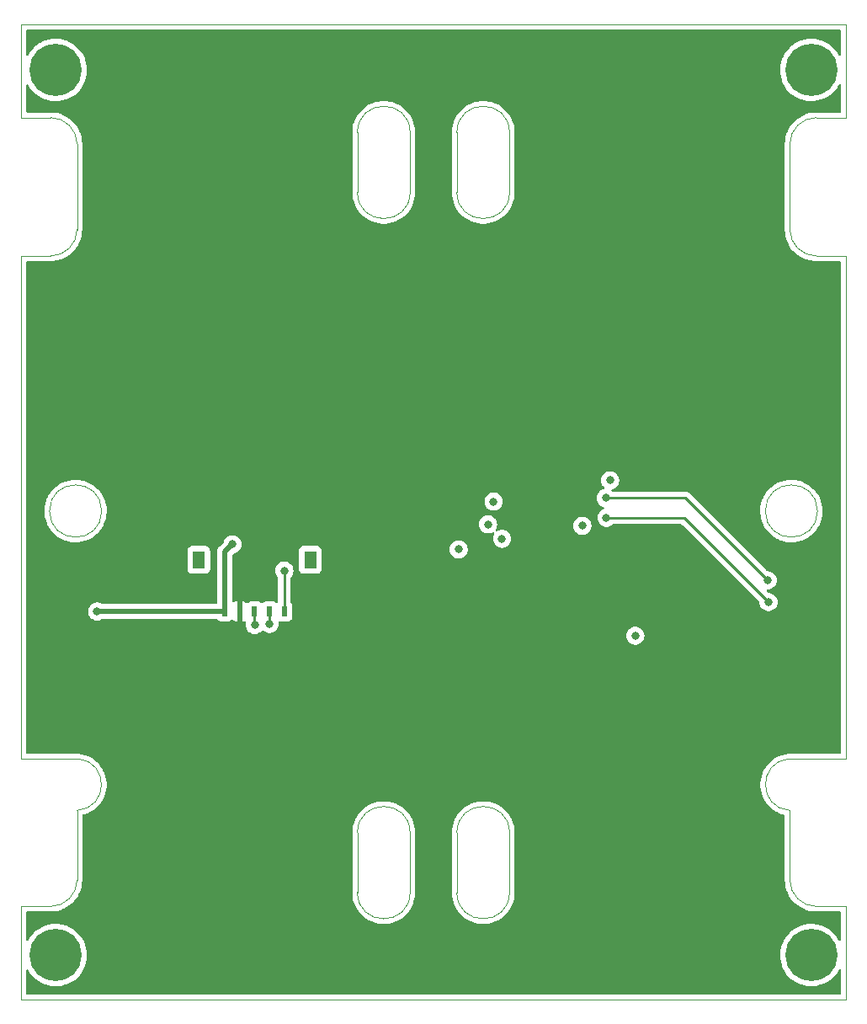
<source format=gbr>
%TF.GenerationSoftware,KiCad,Pcbnew,(6.0.9)*%
%TF.CreationDate,2023-01-30T20:43:42-08:00*%
%TF.ProjectId,solar-panel-NoCutout,736f6c61-722d-4706-916e-656c2d4e6f43,2.0*%
%TF.SameCoordinates,Original*%
%TF.FileFunction,Copper,L4,Bot*%
%TF.FilePolarity,Positive*%
%FSLAX46Y46*%
G04 Gerber Fmt 4.6, Leading zero omitted, Abs format (unit mm)*
G04 Created by KiCad (PCBNEW (6.0.9)) date 2023-01-30 20:43:42*
%MOMM*%
%LPD*%
G01*
G04 APERTURE LIST*
%TA.AperFunction,Profile*%
%ADD10C,0.050000*%
%TD*%
%TA.AperFunction,ComponentPad*%
%ADD11C,5.250000*%
%TD*%
%TA.AperFunction,SMDPad,CuDef*%
%ADD12R,0.600000X1.000000*%
%TD*%
%TA.AperFunction,SMDPad,CuDef*%
%ADD13R,1.250000X1.800000*%
%TD*%
%TA.AperFunction,ViaPad*%
%ADD14C,0.800000*%
%TD*%
%TA.AperFunction,Conductor*%
%ADD15C,0.250000*%
%TD*%
%TA.AperFunction,Conductor*%
%ADD16C,0.500000*%
%TD*%
G04 APERTURE END LIST*
D10*
X136850000Y-153000000D02*
X136850000Y-147000000D01*
X142150000Y-153000000D02*
X142150000Y-147000000D01*
X146850000Y-147000000D02*
X146850000Y-153000000D01*
X152150000Y-153000000D02*
X152150000Y-147000000D01*
X142150000Y-76600000D02*
X142150000Y-82600000D01*
X136850000Y-76600000D02*
X136850000Y-82600000D01*
X146850000Y-76600000D02*
X146850000Y-82600000D01*
X152150000Y-76600000D02*
X152150000Y-82600000D01*
X186000000Y-65750000D02*
X103000000Y-65750000D01*
X183125000Y-114650000D02*
G75*
G03*
X183125000Y-114650000I-2625000J0D01*
G01*
X108744606Y-139557190D02*
X103000000Y-139557190D01*
X180249992Y-139557104D02*
G75*
G03*
X180350001Y-144749999I250008J-2592596D01*
G01*
X186000000Y-163750000D02*
X186000000Y-156450000D01*
X186000000Y-73100000D02*
X186000000Y-65750000D01*
X106000000Y-75100000D02*
X103000000Y-75100000D01*
X108650000Y-77750000D02*
G75*
G03*
X106000000Y-75100000I-2650000J0D01*
G01*
X106000000Y-89000000D02*
G75*
G03*
X108650000Y-86350000I0J2650000D01*
G01*
X106000000Y-89000000D02*
X103000000Y-89000000D01*
X108650000Y-77750000D02*
X108650000Y-86350000D01*
X183000000Y-75100000D02*
G75*
G03*
X180350000Y-77750000I0J-2650000D01*
G01*
X180350000Y-86350000D02*
G75*
G03*
X183000000Y-89000000I2650000J0D01*
G01*
X183000000Y-75100000D02*
X186000000Y-75100000D01*
X180350000Y-77750000D02*
X180350000Y-86350000D01*
X183000000Y-89000000D02*
X186000000Y-89000000D01*
X103000000Y-65750000D02*
X103000000Y-75100000D01*
X103000000Y-89000000D02*
X103000000Y-139557190D01*
X103000000Y-154400000D02*
X103000000Y-163750000D01*
X186000000Y-156450000D02*
X186000000Y-154400000D01*
X186000000Y-75100000D02*
X186000000Y-73100000D01*
X185994606Y-139557190D02*
X180250000Y-139557190D01*
X136850000Y-82600000D02*
G75*
G03*
X142150000Y-82600000I2650000J0D01*
G01*
X108649999Y-144750000D02*
G75*
G03*
X108744606Y-139557190I-149999J2600000D01*
G01*
X108650000Y-151750000D02*
X108650000Y-144750000D01*
X152150000Y-76600000D02*
G75*
G03*
X146850000Y-76600000I-2650000J0D01*
G01*
X142150000Y-76600000D02*
G75*
G03*
X136850000Y-76600000I-2650000J0D01*
G01*
X103000000Y-163750000D02*
X186000000Y-163750000D01*
X142150000Y-147000000D02*
G75*
G03*
X136850000Y-147000000I-2650000J0D01*
G01*
X180350000Y-151750000D02*
X180350000Y-144750000D01*
X106000000Y-154400000D02*
X103000000Y-154400000D01*
X136850000Y-153000000D02*
G75*
G03*
X142150000Y-153000000I2650000J0D01*
G01*
X152150000Y-147000000D02*
G75*
G03*
X146850000Y-147000000I-2650000J0D01*
G01*
X106000000Y-154400000D02*
G75*
G03*
X108650000Y-151750000I0J2650000D01*
G01*
X180350000Y-151750000D02*
G75*
G03*
X183000000Y-154400000I2650000J0D01*
G01*
X146850000Y-153000000D02*
G75*
G03*
X152150000Y-153000000I2650000J0D01*
G01*
X183000000Y-154400000D02*
X186000000Y-154400000D01*
X186000000Y-89000000D02*
X185994606Y-139557190D01*
X146850000Y-82600000D02*
G75*
G03*
X152150000Y-82600000I2650000J0D01*
G01*
X111125000Y-114650000D02*
G75*
G03*
X111125000Y-114650000I-2625000J0D01*
G01*
D11*
%TO.P,J2,1,Pin_1*%
%TO.N,unconnected-(J2-Pad1)*%
X106500000Y-70300000D03*
%TD*%
%TO.P,J3,1,Pin_1*%
%TO.N,unconnected-(J3-Pad1)*%
X106500000Y-159300000D03*
%TD*%
%TO.P,J4,1,Pin_1*%
%TO.N,unconnected-(J4-Pad1)*%
X182500000Y-70300000D03*
%TD*%
%TO.P,J5,1,Pin_1*%
%TO.N,unconnected-(J5-Pad1)*%
X182500000Y-159300000D03*
%TD*%
D12*
%TO.P,J1,1,1*%
%TO.N,VSOLAR*%
X123500000Y-124750000D03*
%TO.P,J1,2,2*%
%TO.N,GND*%
X125000000Y-124750000D03*
%TO.P,J1,3,3*%
%TO.N,+3V3*%
X126499999Y-124750000D03*
%TO.P,J1,4,4*%
%TO.N,SCL*%
X128000001Y-124750000D03*
%TO.P,J1,5,5*%
%TO.N,SDA*%
X129500001Y-124750000D03*
D13*
%TO.P,J1,6,6*%
%TO.N,unconnected-(J1-Pad6)*%
X120895001Y-119560000D03*
%TO.P,J1,7,7*%
%TO.N,unconnected-(J1-Pad7)*%
X132104999Y-119560000D03*
%TD*%
D14*
%TO.N,GND*%
X168000000Y-156390000D03*
X156860000Y-113670000D03*
X160570000Y-109960000D03*
X109400000Y-130030000D03*
X144450000Y-156250000D03*
X147475000Y-113105000D03*
X151530000Y-119620000D03*
X121120000Y-156220000D03*
X160750000Y-114500000D03*
%TO.N,+3V3*%
X150540000Y-113710000D03*
X126510000Y-126100000D03*
X151390000Y-117440000D03*
%TO.N,VSOLAR*%
X124270000Y-118000000D03*
X110660000Y-124750000D03*
%TO.N,SDA*%
X147030000Y-118510000D03*
X129500000Y-120644998D03*
%TO.N,SCL*%
X128000001Y-126000001D03*
X149990000Y-115990000D03*
%TO.N,Net-(C3-Pad1)*%
X159470000Y-116130000D03*
X162260000Y-111570000D03*
%TO.N,Net-(U3-Pad7)*%
X178200000Y-123800000D03*
X161890000Y-115330000D03*
X161820000Y-113350000D03*
X178120000Y-121620000D03*
X164800000Y-127190000D03*
%TD*%
D15*
%TO.N,+3V3*%
X126499999Y-126089999D02*
X126510000Y-126100000D01*
X126499999Y-124750000D02*
X126499999Y-126089999D01*
D16*
%TO.N,VSOLAR*%
X123500000Y-124750000D02*
X110660000Y-124750000D01*
X123500000Y-118770000D02*
X124270000Y-118000000D01*
X123500000Y-124750000D02*
X123500000Y-118770000D01*
D15*
%TO.N,SDA*%
X129500000Y-120644998D02*
X129500001Y-124750000D01*
%TO.N,SCL*%
X128000001Y-124750000D02*
X128000001Y-126000001D01*
%TO.N,Net-(U3-Pad7)*%
X169850000Y-113350000D02*
X178120000Y-121620000D01*
X169730000Y-115330000D02*
X178200000Y-123800000D01*
X161890000Y-115330000D02*
X169730000Y-115330000D01*
X161820000Y-113350000D02*
X169850000Y-113350000D01*
%TD*%
%TA.AperFunction,Conductor*%
%TO.N,GND*%
G36*
X185433621Y-66278502D02*
G01*
X185480114Y-66332158D01*
X185491500Y-66384500D01*
X185491500Y-68746328D01*
X185471498Y-68814449D01*
X185417842Y-68860942D01*
X185347568Y-68871046D01*
X185282988Y-68841552D01*
X185255085Y-68807029D01*
X185163239Y-68639961D01*
X185163236Y-68639957D01*
X185161546Y-68636882D01*
X184959573Y-68350567D01*
X184726943Y-68088550D01*
X184724342Y-68086208D01*
X184724337Y-68086203D01*
X184469167Y-67856447D01*
X184469166Y-67856447D01*
X184466557Y-67854097D01*
X184428538Y-67826878D01*
X184184513Y-67652173D01*
X184184510Y-67652171D01*
X184181659Y-67650130D01*
X183875800Y-67479192D01*
X183552794Y-67343412D01*
X183549425Y-67342421D01*
X183549421Y-67342419D01*
X183401053Y-67298752D01*
X183216665Y-67244484D01*
X182940895Y-67195858D01*
X182875063Y-67184250D01*
X182875061Y-67184250D01*
X182871603Y-67183640D01*
X182868094Y-67183419D01*
X182868092Y-67183419D01*
X182525428Y-67161860D01*
X182525422Y-67161860D01*
X182521910Y-67161639D01*
X182424516Y-67166403D01*
X182175451Y-67178584D01*
X182175443Y-67178585D01*
X182171944Y-67178756D01*
X182168476Y-67179318D01*
X182168473Y-67179318D01*
X181829542Y-67234213D01*
X181829539Y-67234214D01*
X181826067Y-67234776D01*
X181822684Y-67235721D01*
X181822682Y-67235721D01*
X181787747Y-67245475D01*
X181488589Y-67329001D01*
X181485341Y-67330313D01*
X181485333Y-67330316D01*
X181166983Y-67458938D01*
X181166979Y-67458940D01*
X181163719Y-67460257D01*
X181160632Y-67461926D01*
X181160628Y-67461928D01*
X181131220Y-67477829D01*
X180855503Y-67626909D01*
X180567785Y-67826878D01*
X180565143Y-67829191D01*
X180565139Y-67829194D01*
X180326206Y-68038365D01*
X180304151Y-68057673D01*
X180067886Y-68316416D01*
X179861935Y-68599883D01*
X179860193Y-68602949D01*
X179860192Y-68602951D01*
X179839167Y-68639962D01*
X179688865Y-68904541D01*
X179550834Y-69226591D01*
X179449562Y-69562021D01*
X179386311Y-69906650D01*
X179361869Y-70256181D01*
X179376542Y-70606258D01*
X179430145Y-70952518D01*
X179522012Y-71290645D01*
X179523302Y-71293904D01*
X179523304Y-71293909D01*
X179572316Y-71417698D01*
X179650998Y-71616424D01*
X179652653Y-71619536D01*
X179652655Y-71619541D01*
X179712109Y-71731357D01*
X179815493Y-71925795D01*
X179817483Y-71928701D01*
X179817484Y-71928703D01*
X179891490Y-72036785D01*
X180013449Y-72214902D01*
X180242397Y-72480142D01*
X180499485Y-72718207D01*
X180781507Y-72926132D01*
X180784544Y-72927886D01*
X180784548Y-72927888D01*
X180945060Y-73020559D01*
X181084949Y-73101324D01*
X181088170Y-73102731D01*
X181402807Y-73240193D01*
X181402817Y-73240197D01*
X181406029Y-73241600D01*
X181409387Y-73242639D01*
X181409391Y-73242641D01*
X181545685Y-73284831D01*
X181740743Y-73345212D01*
X181744199Y-73345871D01*
X181744198Y-73345871D01*
X182081471Y-73410210D01*
X182081477Y-73410211D01*
X182084922Y-73410868D01*
X182316253Y-73428668D01*
X182430777Y-73437480D01*
X182430778Y-73437480D01*
X182434274Y-73437749D01*
X182666291Y-73429646D01*
X182780929Y-73425643D01*
X182780933Y-73425643D01*
X182784445Y-73425520D01*
X182787924Y-73425006D01*
X182787927Y-73425006D01*
X183127578Y-73374851D01*
X183127584Y-73374850D01*
X183131070Y-73374335D01*
X183134474Y-73373436D01*
X183134477Y-73373435D01*
X183466439Y-73285727D01*
X183466440Y-73285727D01*
X183469830Y-73284831D01*
X183796502Y-73158123D01*
X184107014Y-72995792D01*
X184397496Y-72799859D01*
X184664327Y-72572768D01*
X184749069Y-72482527D01*
X184901771Y-72319916D01*
X184901775Y-72319911D01*
X184904182Y-72317348D01*
X185114071Y-72036785D01*
X185219416Y-71857229D01*
X185256823Y-71793469D01*
X185308546Y-71744836D01*
X185378352Y-71731886D01*
X185444077Y-71758732D01*
X185484855Y-71816850D01*
X185491500Y-71857229D01*
X185491500Y-74465500D01*
X185471498Y-74533621D01*
X185417842Y-74580114D01*
X185365500Y-74591500D01*
X183053250Y-74591500D01*
X183032345Y-74589754D01*
X183017344Y-74587230D01*
X183017341Y-74587230D01*
X183012552Y-74586424D01*
X183006313Y-74586348D01*
X183004860Y-74586330D01*
X183004857Y-74586330D01*
X183000000Y-74586271D01*
X182995185Y-74586961D01*
X182994366Y-74587014D01*
X182984506Y-74587977D01*
X182669394Y-74604491D01*
X182666154Y-74605004D01*
X182666146Y-74605005D01*
X182515964Y-74628792D01*
X182342410Y-74656281D01*
X182022630Y-74741965D01*
X181713559Y-74860606D01*
X181418583Y-75010905D01*
X181415817Y-75012701D01*
X181415814Y-75012703D01*
X181303361Y-75085731D01*
X181140932Y-75191213D01*
X180883650Y-75399556D01*
X180649556Y-75633650D01*
X180441213Y-75890932D01*
X180439411Y-75893707D01*
X180340681Y-76045739D01*
X180260905Y-76168583D01*
X180110606Y-76463559D01*
X179991965Y-76772630D01*
X179906281Y-77092410D01*
X179854491Y-77419394D01*
X179854319Y-77422684D01*
X179838432Y-77725818D01*
X179837717Y-77732717D01*
X179837691Y-77734849D01*
X179836309Y-77743724D01*
X179837473Y-77752626D01*
X179837473Y-77752628D01*
X179840436Y-77775283D01*
X179841500Y-77791621D01*
X179841500Y-86300633D01*
X179840000Y-86320018D01*
X179837690Y-86334851D01*
X179837690Y-86334855D01*
X179836309Y-86343724D01*
X179837189Y-86350451D01*
X179837441Y-86355267D01*
X179837441Y-86355299D01*
X179837446Y-86355353D01*
X179854491Y-86680606D01*
X179906281Y-87007590D01*
X179991965Y-87327370D01*
X180110606Y-87636441D01*
X180112104Y-87639381D01*
X180226691Y-87864269D01*
X180260905Y-87931418D01*
X180441213Y-88209068D01*
X180649556Y-88466350D01*
X180883650Y-88700444D01*
X181140932Y-88908787D01*
X181143704Y-88910587D01*
X181143707Y-88910589D01*
X181415813Y-89087296D01*
X181418583Y-89089095D01*
X181713559Y-89239394D01*
X182022630Y-89358035D01*
X182342410Y-89443719D01*
X182515964Y-89471208D01*
X182666146Y-89494995D01*
X182666154Y-89494996D01*
X182669394Y-89495509D01*
X182809905Y-89502873D01*
X182968169Y-89511167D01*
X182982472Y-89512739D01*
X182982588Y-89512758D01*
X182987448Y-89513576D01*
X182993941Y-89513655D01*
X182995140Y-89513670D01*
X182995143Y-89513670D01*
X183000000Y-89513729D01*
X183027624Y-89509773D01*
X183045486Y-89508500D01*
X185365433Y-89508500D01*
X185433554Y-89528502D01*
X185480047Y-89582158D01*
X185491433Y-89634511D01*
X185488873Y-113621253D01*
X185486173Y-138922703D01*
X185466164Y-138990822D01*
X185412503Y-139037309D01*
X185360173Y-139048690D01*
X180272969Y-139048690D01*
X180264088Y-139048377D01*
X180260679Y-139048136D01*
X180213198Y-139044781D01*
X180208359Y-139045188D01*
X180208353Y-139045188D01*
X180206133Y-139045375D01*
X180200689Y-139045833D01*
X180197016Y-139046725D01*
X180196056Y-139046605D01*
X180196108Y-139046946D01*
X179863280Y-139097747D01*
X179863276Y-139097748D01*
X179859829Y-139098274D01*
X179526760Y-139187636D01*
X179523515Y-139188905D01*
X179523512Y-139188906D01*
X179208842Y-139311964D01*
X179208836Y-139311967D01*
X179205598Y-139313233D01*
X179202513Y-139314853D01*
X179202510Y-139314854D01*
X178903356Y-139471910D01*
X178903351Y-139471913D01*
X178900271Y-139473530D01*
X178614513Y-139666565D01*
X178611866Y-139668816D01*
X178611857Y-139668823D01*
X178380574Y-139865523D01*
X178351821Y-139889977D01*
X178349430Y-139892517D01*
X178349427Y-139892519D01*
X178242764Y-140005789D01*
X178115408Y-140141033D01*
X177908167Y-140416662D01*
X177732633Y-140713491D01*
X177590952Y-141027889D01*
X177484858Y-141356012D01*
X177415650Y-141693843D01*
X177415333Y-141697306D01*
X177415332Y-141697310D01*
X177384771Y-142030729D01*
X177384173Y-142037251D01*
X177390814Y-142382035D01*
X177391265Y-142385486D01*
X177391265Y-142385488D01*
X177418439Y-142593473D01*
X177435489Y-142723977D01*
X177517654Y-143058893D01*
X177636303Y-143382687D01*
X177789984Y-143691397D01*
X177791871Y-143694324D01*
X177791873Y-143694328D01*
X177957592Y-143951423D01*
X177976817Y-143981248D01*
X178194517Y-144248692D01*
X178196997Y-144251130D01*
X178197004Y-144251138D01*
X178407272Y-144457868D01*
X178440421Y-144490459D01*
X178711520Y-144703591D01*
X178714467Y-144705420D01*
X178714469Y-144705422D01*
X179000846Y-144883213D01*
X179004499Y-144885481D01*
X179007633Y-144886975D01*
X179007636Y-144886977D01*
X179312636Y-145032407D01*
X179312641Y-145032409D01*
X179315772Y-145033902D01*
X179319045Y-145035039D01*
X179319053Y-145035042D01*
X179522873Y-145105830D01*
X179641532Y-145147041D01*
X179716053Y-145163988D01*
X179743441Y-145170217D01*
X179805430Y-145204827D01*
X179838867Y-145267457D01*
X179841500Y-145293080D01*
X179841500Y-151700633D01*
X179840000Y-151720018D01*
X179837690Y-151734851D01*
X179837690Y-151734855D01*
X179836309Y-151743724D01*
X179837189Y-151750451D01*
X179837441Y-151755267D01*
X179837441Y-151755299D01*
X179837446Y-151755353D01*
X179854491Y-152080606D01*
X179906281Y-152407590D01*
X179991965Y-152727370D01*
X180110606Y-153036441D01*
X180112104Y-153039381D01*
X180234463Y-153279522D01*
X180260905Y-153331418D01*
X180441213Y-153609068D01*
X180649556Y-153866350D01*
X180883650Y-154100444D01*
X181140932Y-154308787D01*
X181170776Y-154328168D01*
X181415813Y-154487296D01*
X181418583Y-154489095D01*
X181713559Y-154639394D01*
X182022630Y-154758035D01*
X182342410Y-154843719D01*
X182515964Y-154871208D01*
X182666146Y-154894995D01*
X182666154Y-154894996D01*
X182669394Y-154895509D01*
X182809905Y-154902873D01*
X182968169Y-154911167D01*
X182982472Y-154912739D01*
X182982588Y-154912758D01*
X182987448Y-154913576D01*
X182993941Y-154913655D01*
X182995140Y-154913670D01*
X182995143Y-154913670D01*
X183000000Y-154913729D01*
X183027624Y-154909773D01*
X183045486Y-154908500D01*
X185365500Y-154908500D01*
X185433621Y-154928502D01*
X185480114Y-154982158D01*
X185491500Y-155034500D01*
X185491500Y-157746328D01*
X185471498Y-157814449D01*
X185417842Y-157860942D01*
X185347568Y-157871046D01*
X185282988Y-157841552D01*
X185255085Y-157807029D01*
X185163239Y-157639961D01*
X185163236Y-157639957D01*
X185161546Y-157636882D01*
X184959573Y-157350567D01*
X184726943Y-157088550D01*
X184724342Y-157086208D01*
X184724337Y-157086203D01*
X184469167Y-156856447D01*
X184469166Y-156856447D01*
X184466557Y-156854097D01*
X184428538Y-156826878D01*
X184184513Y-156652173D01*
X184184510Y-156652171D01*
X184181659Y-156650130D01*
X183875800Y-156479192D01*
X183552794Y-156343412D01*
X183549425Y-156342421D01*
X183549421Y-156342419D01*
X183401053Y-156298752D01*
X183216665Y-156244484D01*
X182940895Y-156195858D01*
X182875063Y-156184250D01*
X182875061Y-156184250D01*
X182871603Y-156183640D01*
X182868094Y-156183419D01*
X182868092Y-156183419D01*
X182525428Y-156161860D01*
X182525422Y-156161860D01*
X182521910Y-156161639D01*
X182424516Y-156166403D01*
X182175451Y-156178584D01*
X182175443Y-156178585D01*
X182171944Y-156178756D01*
X182168476Y-156179318D01*
X182168473Y-156179318D01*
X181829542Y-156234213D01*
X181829539Y-156234214D01*
X181826067Y-156234776D01*
X181822684Y-156235721D01*
X181822682Y-156235721D01*
X181787747Y-156245475D01*
X181488589Y-156329001D01*
X181485341Y-156330313D01*
X181485333Y-156330316D01*
X181166983Y-156458938D01*
X181166979Y-156458940D01*
X181163719Y-156460257D01*
X181160632Y-156461926D01*
X181160628Y-156461928D01*
X181131220Y-156477829D01*
X180855503Y-156626909D01*
X180567785Y-156826878D01*
X180565143Y-156829191D01*
X180565139Y-156829194D01*
X180326206Y-157038365D01*
X180304151Y-157057673D01*
X180067886Y-157316416D01*
X179861935Y-157599883D01*
X179860193Y-157602949D01*
X179860192Y-157602951D01*
X179839167Y-157639962D01*
X179688865Y-157904541D01*
X179550834Y-158226591D01*
X179449562Y-158562021D01*
X179386311Y-158906650D01*
X179361869Y-159256181D01*
X179376542Y-159606258D01*
X179430145Y-159952518D01*
X179522012Y-160290645D01*
X179523302Y-160293904D01*
X179523304Y-160293909D01*
X179572316Y-160417698D01*
X179650998Y-160616424D01*
X179652653Y-160619536D01*
X179652655Y-160619541D01*
X179712109Y-160731357D01*
X179815493Y-160925795D01*
X179817483Y-160928701D01*
X179817484Y-160928703D01*
X179891490Y-161036785D01*
X180013449Y-161214902D01*
X180242397Y-161480142D01*
X180499485Y-161718207D01*
X180781507Y-161926132D01*
X180784544Y-161927886D01*
X180784548Y-161927888D01*
X180945060Y-162020559D01*
X181084949Y-162101324D01*
X181088170Y-162102731D01*
X181402807Y-162240193D01*
X181402817Y-162240197D01*
X181406029Y-162241600D01*
X181409387Y-162242639D01*
X181409391Y-162242641D01*
X181545685Y-162284831D01*
X181740743Y-162345212D01*
X181744199Y-162345871D01*
X181744198Y-162345871D01*
X182081471Y-162410210D01*
X182081477Y-162410211D01*
X182084922Y-162410868D01*
X182316253Y-162428668D01*
X182430777Y-162437480D01*
X182430778Y-162437480D01*
X182434274Y-162437749D01*
X182666291Y-162429646D01*
X182780929Y-162425643D01*
X182780933Y-162425643D01*
X182784445Y-162425520D01*
X182787924Y-162425006D01*
X182787927Y-162425006D01*
X183127578Y-162374851D01*
X183127584Y-162374850D01*
X183131070Y-162374335D01*
X183134474Y-162373436D01*
X183134477Y-162373435D01*
X183466439Y-162285727D01*
X183466440Y-162285727D01*
X183469830Y-162284831D01*
X183796502Y-162158123D01*
X184107014Y-161995792D01*
X184397496Y-161799859D01*
X184664327Y-161572768D01*
X184749069Y-161482527D01*
X184901771Y-161319916D01*
X184901775Y-161319911D01*
X184904182Y-161317348D01*
X185114071Y-161036785D01*
X185219416Y-160857229D01*
X185256823Y-160793469D01*
X185308546Y-160744836D01*
X185378352Y-160731886D01*
X185444077Y-160758732D01*
X185484855Y-160816850D01*
X185491500Y-160857229D01*
X185491500Y-163115500D01*
X185471498Y-163183621D01*
X185417842Y-163230114D01*
X185365500Y-163241500D01*
X103634500Y-163241500D01*
X103566379Y-163221498D01*
X103519886Y-163167842D01*
X103508500Y-163115500D01*
X103508500Y-160853782D01*
X103528502Y-160785661D01*
X103582158Y-160739168D01*
X103652432Y-160729064D01*
X103717012Y-160758558D01*
X103745751Y-160794629D01*
X103815493Y-160925795D01*
X103817483Y-160928701D01*
X103817484Y-160928703D01*
X103891490Y-161036785D01*
X104013449Y-161214902D01*
X104242397Y-161480142D01*
X104499485Y-161718207D01*
X104781507Y-161926132D01*
X104784544Y-161927886D01*
X104784548Y-161927888D01*
X104945060Y-162020559D01*
X105084949Y-162101324D01*
X105088170Y-162102731D01*
X105402807Y-162240193D01*
X105402817Y-162240197D01*
X105406029Y-162241600D01*
X105409387Y-162242639D01*
X105409391Y-162242641D01*
X105545685Y-162284831D01*
X105740743Y-162345212D01*
X105744199Y-162345871D01*
X105744198Y-162345871D01*
X106081471Y-162410210D01*
X106081477Y-162410211D01*
X106084922Y-162410868D01*
X106316253Y-162428668D01*
X106430777Y-162437480D01*
X106430778Y-162437480D01*
X106434274Y-162437749D01*
X106666291Y-162429646D01*
X106780929Y-162425643D01*
X106780933Y-162425643D01*
X106784445Y-162425520D01*
X106787924Y-162425006D01*
X106787927Y-162425006D01*
X107127578Y-162374851D01*
X107127584Y-162374850D01*
X107131070Y-162374335D01*
X107134474Y-162373436D01*
X107134477Y-162373435D01*
X107466439Y-162285727D01*
X107466440Y-162285727D01*
X107469830Y-162284831D01*
X107796502Y-162158123D01*
X108107014Y-161995792D01*
X108397496Y-161799859D01*
X108664327Y-161572768D01*
X108749069Y-161482527D01*
X108901771Y-161319916D01*
X108901775Y-161319911D01*
X108904182Y-161317348D01*
X109114071Y-161036785D01*
X109291377Y-160734573D01*
X109293830Y-160729064D01*
X109432459Y-160417698D01*
X109432461Y-160417693D01*
X109433891Y-160414481D01*
X109539837Y-160080498D01*
X109607894Y-159736786D01*
X109637213Y-159387630D01*
X109638437Y-159300000D01*
X109636185Y-159259708D01*
X109619074Y-158953671D01*
X109618878Y-158950162D01*
X109560445Y-158604684D01*
X109463866Y-158267873D01*
X109416818Y-158153726D01*
X109331683Y-157947171D01*
X109331679Y-157947163D01*
X109330345Y-157943926D01*
X109161546Y-157636882D01*
X108959573Y-157350567D01*
X108726943Y-157088550D01*
X108724342Y-157086208D01*
X108724337Y-157086203D01*
X108469167Y-156856447D01*
X108469166Y-156856447D01*
X108466557Y-156854097D01*
X108428538Y-156826878D01*
X108184513Y-156652173D01*
X108184510Y-156652171D01*
X108181659Y-156650130D01*
X107875800Y-156479192D01*
X107552794Y-156343412D01*
X107549425Y-156342421D01*
X107549421Y-156342419D01*
X107401053Y-156298752D01*
X107216665Y-156244484D01*
X106940895Y-156195858D01*
X106875063Y-156184250D01*
X106875061Y-156184250D01*
X106871603Y-156183640D01*
X106868094Y-156183419D01*
X106868092Y-156183419D01*
X106525428Y-156161860D01*
X106525422Y-156161860D01*
X106521910Y-156161639D01*
X106424516Y-156166403D01*
X106175451Y-156178584D01*
X106175443Y-156178585D01*
X106171944Y-156178756D01*
X106168476Y-156179318D01*
X106168473Y-156179318D01*
X105829542Y-156234213D01*
X105829539Y-156234214D01*
X105826067Y-156234776D01*
X105822684Y-156235721D01*
X105822682Y-156235721D01*
X105787747Y-156245475D01*
X105488589Y-156329001D01*
X105485341Y-156330313D01*
X105485333Y-156330316D01*
X105166983Y-156458938D01*
X105166979Y-156458940D01*
X105163719Y-156460257D01*
X105160632Y-156461926D01*
X105160628Y-156461928D01*
X105131220Y-156477829D01*
X104855503Y-156626909D01*
X104567785Y-156826878D01*
X104565143Y-156829191D01*
X104565139Y-156829194D01*
X104326206Y-157038365D01*
X104304151Y-157057673D01*
X104067886Y-157316416D01*
X103861935Y-157599883D01*
X103860193Y-157602949D01*
X103860192Y-157602951D01*
X103744056Y-157807387D01*
X103693017Y-157856738D01*
X103623399Y-157870660D01*
X103557305Y-157844734D01*
X103515720Y-157787191D01*
X103508500Y-157745150D01*
X103508500Y-155034500D01*
X103528502Y-154966379D01*
X103582158Y-154919886D01*
X103634500Y-154908500D01*
X105946750Y-154908500D01*
X105967655Y-154910246D01*
X105982656Y-154912770D01*
X105982659Y-154912770D01*
X105987448Y-154913576D01*
X105993687Y-154913652D01*
X105995140Y-154913670D01*
X105995143Y-154913670D01*
X106000000Y-154913729D01*
X106004815Y-154913039D01*
X106005634Y-154912986D01*
X106015494Y-154912023D01*
X106330606Y-154895509D01*
X106333846Y-154894996D01*
X106333854Y-154894995D01*
X106484036Y-154871208D01*
X106657590Y-154843719D01*
X106977370Y-154758035D01*
X107286441Y-154639394D01*
X107297836Y-154633588D01*
X107578479Y-154490593D01*
X107578486Y-154490589D01*
X107581418Y-154489095D01*
X107859068Y-154308787D01*
X108116350Y-154100444D01*
X108350444Y-153866350D01*
X108558787Y-153609068D01*
X108739095Y-153331418D01*
X108765538Y-153279522D01*
X108887896Y-153039381D01*
X108889394Y-153036441D01*
X108905791Y-152993724D01*
X136336309Y-152993724D01*
X136337130Y-153000000D01*
X136336861Y-153000000D01*
X136355403Y-153341995D01*
X136410813Y-153679981D01*
X136411728Y-153683276D01*
X136496912Y-153990080D01*
X136502441Y-154009995D01*
X136538479Y-154100444D01*
X136627579Y-154324066D01*
X136629213Y-154328168D01*
X136789642Y-154630769D01*
X136791550Y-154633584D01*
X136791553Y-154633588D01*
X136979757Y-154911167D01*
X136981847Y-154914250D01*
X137203575Y-155175289D01*
X137452227Y-155410825D01*
X137724887Y-155618095D01*
X138018359Y-155794671D01*
X138329202Y-155938482D01*
X138332440Y-155939573D01*
X138332445Y-155939575D01*
X138650535Y-156046753D01*
X138650541Y-156046755D01*
X138653771Y-156047843D01*
X138657107Y-156048577D01*
X138657106Y-156048577D01*
X138984930Y-156120736D01*
X138984934Y-156120737D01*
X138988261Y-156121469D01*
X138991651Y-156121838D01*
X138991653Y-156121838D01*
X139049820Y-156128164D01*
X139328751Y-156158500D01*
X139671249Y-156158500D01*
X139950180Y-156128164D01*
X140008347Y-156121838D01*
X140008349Y-156121838D01*
X140011739Y-156121469D01*
X140015066Y-156120737D01*
X140015070Y-156120736D01*
X140342894Y-156048577D01*
X140342893Y-156048577D01*
X140346229Y-156047843D01*
X140349459Y-156046755D01*
X140349465Y-156046753D01*
X140667555Y-155939575D01*
X140667560Y-155939573D01*
X140670798Y-155938482D01*
X140981641Y-155794671D01*
X141275113Y-155618095D01*
X141547773Y-155410825D01*
X141796425Y-155175289D01*
X142018153Y-154914250D01*
X142020244Y-154911167D01*
X142208447Y-154633588D01*
X142208450Y-154633584D01*
X142210358Y-154630769D01*
X142370787Y-154328168D01*
X142372422Y-154324066D01*
X142461521Y-154100444D01*
X142497559Y-154009995D01*
X142503089Y-153990080D01*
X142588272Y-153683276D01*
X142589187Y-153679981D01*
X142644597Y-153341995D01*
X142652872Y-153189361D01*
X142661543Y-153029444D01*
X142662345Y-153022204D01*
X142662334Y-153022203D01*
X142662770Y-153017345D01*
X142663576Y-153012552D01*
X142663729Y-153000000D01*
X142662830Y-152993724D01*
X146336309Y-152993724D01*
X146337130Y-153000000D01*
X146336861Y-153000000D01*
X146355403Y-153341995D01*
X146410813Y-153679981D01*
X146411728Y-153683276D01*
X146496912Y-153990080D01*
X146502441Y-154009995D01*
X146538479Y-154100444D01*
X146627579Y-154324066D01*
X146629213Y-154328168D01*
X146789642Y-154630769D01*
X146791550Y-154633584D01*
X146791553Y-154633588D01*
X146979757Y-154911167D01*
X146981847Y-154914250D01*
X147203575Y-155175289D01*
X147452227Y-155410825D01*
X147724887Y-155618095D01*
X148018359Y-155794671D01*
X148329202Y-155938482D01*
X148332440Y-155939573D01*
X148332445Y-155939575D01*
X148650535Y-156046753D01*
X148650541Y-156046755D01*
X148653771Y-156047843D01*
X148657107Y-156048577D01*
X148657106Y-156048577D01*
X148984930Y-156120736D01*
X148984934Y-156120737D01*
X148988261Y-156121469D01*
X148991651Y-156121838D01*
X148991653Y-156121838D01*
X149049820Y-156128164D01*
X149328751Y-156158500D01*
X149671249Y-156158500D01*
X149950180Y-156128164D01*
X150008347Y-156121838D01*
X150008349Y-156121838D01*
X150011739Y-156121469D01*
X150015066Y-156120737D01*
X150015070Y-156120736D01*
X150342894Y-156048577D01*
X150342893Y-156048577D01*
X150346229Y-156047843D01*
X150349459Y-156046755D01*
X150349465Y-156046753D01*
X150667555Y-155939575D01*
X150667560Y-155939573D01*
X150670798Y-155938482D01*
X150981641Y-155794671D01*
X151275113Y-155618095D01*
X151547773Y-155410825D01*
X151796425Y-155175289D01*
X152018153Y-154914250D01*
X152020244Y-154911167D01*
X152208447Y-154633588D01*
X152208450Y-154633584D01*
X152210358Y-154630769D01*
X152370787Y-154328168D01*
X152372422Y-154324066D01*
X152461521Y-154100444D01*
X152497559Y-154009995D01*
X152503089Y-153990080D01*
X152588272Y-153683276D01*
X152589187Y-153679981D01*
X152644597Y-153341995D01*
X152652872Y-153189361D01*
X152661543Y-153029444D01*
X152662345Y-153022204D01*
X152662334Y-153022203D01*
X152662770Y-153017345D01*
X152663576Y-153012552D01*
X152663729Y-153000000D01*
X152659773Y-152972376D01*
X152658500Y-152954514D01*
X152658500Y-147053250D01*
X152660246Y-147032345D01*
X152662770Y-147017344D01*
X152662770Y-147017341D01*
X152663576Y-147012552D01*
X152663729Y-147000000D01*
X152663040Y-146995188D01*
X152662724Y-146990331D01*
X152662726Y-146990331D01*
X152662479Y-146987825D01*
X152662323Y-146984932D01*
X152655043Y-146850673D01*
X152644782Y-146661408D01*
X152644781Y-146661399D01*
X152644597Y-146658005D01*
X152589187Y-146320019D01*
X152497559Y-145990005D01*
X152370787Y-145671832D01*
X152210358Y-145369231D01*
X152208447Y-145366412D01*
X152020062Y-145088565D01*
X152020058Y-145088560D01*
X152018153Y-145085750D01*
X151796425Y-144824711D01*
X151547773Y-144589175D01*
X151275113Y-144381905D01*
X151236673Y-144358776D01*
X151189208Y-144330218D01*
X150981641Y-144205329D01*
X150670798Y-144061518D01*
X150667560Y-144060427D01*
X150667555Y-144060425D01*
X150349465Y-143953247D01*
X150349459Y-143953245D01*
X150346229Y-143952157D01*
X150137374Y-143906185D01*
X150015070Y-143879264D01*
X150015066Y-143879263D01*
X150011739Y-143878531D01*
X150008349Y-143878162D01*
X150008347Y-143878162D01*
X149950180Y-143871836D01*
X149671249Y-143841500D01*
X149328751Y-143841500D01*
X149049820Y-143871836D01*
X148991653Y-143878162D01*
X148991651Y-143878162D01*
X148988261Y-143878531D01*
X148984934Y-143879263D01*
X148984930Y-143879264D01*
X148862626Y-143906185D01*
X148653771Y-143952157D01*
X148650541Y-143953245D01*
X148650535Y-143953247D01*
X148332445Y-144060425D01*
X148332440Y-144060427D01*
X148329202Y-144061518D01*
X148018359Y-144205329D01*
X147810792Y-144330218D01*
X147763328Y-144358776D01*
X147724887Y-144381905D01*
X147452227Y-144589175D01*
X147203575Y-144824711D01*
X146981847Y-145085750D01*
X146979942Y-145088560D01*
X146979938Y-145088565D01*
X146791553Y-145366412D01*
X146789642Y-145369231D01*
X146629213Y-145671832D01*
X146502441Y-145990005D01*
X146410813Y-146320019D01*
X146355403Y-146658005D01*
X146355218Y-146661425D01*
X146338021Y-146978611D01*
X146337733Y-146981360D01*
X146337712Y-146983122D01*
X146337769Y-146983258D01*
X146337678Y-146984932D01*
X146336309Y-146993724D01*
X146336940Y-146998548D01*
X146336861Y-147000000D01*
X146337130Y-147000000D01*
X146337958Y-147006332D01*
X146340436Y-147025283D01*
X146341500Y-147041620D01*
X146341500Y-152950633D01*
X146340000Y-152970018D01*
X146336309Y-152993724D01*
X142662830Y-152993724D01*
X142659773Y-152972376D01*
X142658500Y-152954514D01*
X142658500Y-147053250D01*
X142660246Y-147032345D01*
X142662770Y-147017344D01*
X142662770Y-147017341D01*
X142663576Y-147012552D01*
X142663729Y-147000000D01*
X142663040Y-146995188D01*
X142662724Y-146990331D01*
X142662726Y-146990331D01*
X142662479Y-146987825D01*
X142662323Y-146984932D01*
X142655043Y-146850673D01*
X142644782Y-146661408D01*
X142644781Y-146661399D01*
X142644597Y-146658005D01*
X142589187Y-146320019D01*
X142497559Y-145990005D01*
X142370787Y-145671832D01*
X142210358Y-145369231D01*
X142208447Y-145366412D01*
X142020062Y-145088565D01*
X142020058Y-145088560D01*
X142018153Y-145085750D01*
X141796425Y-144824711D01*
X141547773Y-144589175D01*
X141275113Y-144381905D01*
X141236673Y-144358776D01*
X141189208Y-144330218D01*
X140981641Y-144205329D01*
X140670798Y-144061518D01*
X140667560Y-144060427D01*
X140667555Y-144060425D01*
X140349465Y-143953247D01*
X140349459Y-143953245D01*
X140346229Y-143952157D01*
X140137374Y-143906185D01*
X140015070Y-143879264D01*
X140015066Y-143879263D01*
X140011739Y-143878531D01*
X140008349Y-143878162D01*
X140008347Y-143878162D01*
X139950180Y-143871836D01*
X139671249Y-143841500D01*
X139328751Y-143841500D01*
X139049820Y-143871836D01*
X138991653Y-143878162D01*
X138991651Y-143878162D01*
X138988261Y-143878531D01*
X138984934Y-143879263D01*
X138984930Y-143879264D01*
X138862626Y-143906185D01*
X138653771Y-143952157D01*
X138650541Y-143953245D01*
X138650535Y-143953247D01*
X138332445Y-144060425D01*
X138332440Y-144060427D01*
X138329202Y-144061518D01*
X138018359Y-144205329D01*
X137810792Y-144330218D01*
X137763328Y-144358776D01*
X137724887Y-144381905D01*
X137452227Y-144589175D01*
X137203575Y-144824711D01*
X136981847Y-145085750D01*
X136979942Y-145088560D01*
X136979938Y-145088565D01*
X136791553Y-145366412D01*
X136789642Y-145369231D01*
X136629213Y-145671832D01*
X136502441Y-145990005D01*
X136410813Y-146320019D01*
X136355403Y-146658005D01*
X136355218Y-146661425D01*
X136338021Y-146978611D01*
X136337733Y-146981360D01*
X136337712Y-146983122D01*
X136337769Y-146983258D01*
X136337678Y-146984932D01*
X136336309Y-146993724D01*
X136336940Y-146998548D01*
X136336861Y-147000000D01*
X136337130Y-147000000D01*
X136337958Y-147006332D01*
X136340436Y-147025283D01*
X136341500Y-147041620D01*
X136341500Y-152950633D01*
X136340000Y-152970018D01*
X136336309Y-152993724D01*
X108905791Y-152993724D01*
X109008035Y-152727370D01*
X109093719Y-152407590D01*
X109145509Y-152080606D01*
X109161167Y-151781831D01*
X109162739Y-151767528D01*
X109162767Y-151767359D01*
X109163576Y-151762552D01*
X109163664Y-151755354D01*
X109163670Y-151754860D01*
X109163670Y-151754857D01*
X109163729Y-151750000D01*
X109159773Y-151722376D01*
X109158500Y-151704514D01*
X109158500Y-145293057D01*
X109178502Y-145224936D01*
X109232158Y-145178443D01*
X109256531Y-145170202D01*
X109358864Y-145146916D01*
X109362143Y-145145776D01*
X109362148Y-145145775D01*
X109681502Y-145034791D01*
X109681506Y-145034789D01*
X109684796Y-145033646D01*
X109710226Y-145021512D01*
X109993074Y-144886548D01*
X109993077Y-144886546D01*
X109996213Y-144885050D01*
X110289302Y-144702950D01*
X110461335Y-144567583D01*
X110557739Y-144491726D01*
X110557742Y-144491723D01*
X110560471Y-144489576D01*
X110745388Y-144307586D01*
X110803911Y-144249990D01*
X110803914Y-144249986D01*
X110806399Y-144247541D01*
X111024074Y-143979811D01*
X111210828Y-143689665D01*
X111364373Y-143380658D01*
X111379278Y-143339882D01*
X111481632Y-143059854D01*
X111481633Y-143059851D01*
X111482830Y-143056576D01*
X111564747Y-142721388D01*
X111609119Y-142379200D01*
X111610089Y-142326005D01*
X111615341Y-142037693D01*
X111615405Y-142034204D01*
X111583526Y-141690627D01*
X111513873Y-141352677D01*
X111407300Y-141024495D01*
X111265112Y-140710100D01*
X111204552Y-140608024D01*
X111090826Y-140416336D01*
X111090822Y-140416330D01*
X111089051Y-140413345D01*
X110999754Y-140294950D01*
X110883378Y-140140654D01*
X110881273Y-140137863D01*
X110851708Y-140106565D01*
X110646716Y-139889563D01*
X110646715Y-139889562D01*
X110644324Y-139887031D01*
X110381107Y-139663921D01*
X110281461Y-139596858D01*
X110097748Y-139473218D01*
X110097747Y-139473217D01*
X110094846Y-139471265D01*
X109789048Y-139311425D01*
X109785810Y-139310166D01*
X109785804Y-139310163D01*
X109470702Y-139187618D01*
X109470698Y-139187617D01*
X109467459Y-139186357D01*
X109134018Y-139097595D01*
X108821294Y-139050514D01*
X108814840Y-139049171D01*
X108814833Y-139049207D01*
X108810042Y-139048318D01*
X108805339Y-139047063D01*
X108792857Y-139045732D01*
X108788002Y-139045966D01*
X108787999Y-139045966D01*
X108734537Y-139048544D01*
X108728469Y-139048690D01*
X103634500Y-139048690D01*
X103566379Y-139028688D01*
X103519886Y-138975032D01*
X103508500Y-138922690D01*
X103508500Y-127190000D01*
X163886496Y-127190000D01*
X163906458Y-127379928D01*
X163965473Y-127561556D01*
X164060960Y-127726944D01*
X164188747Y-127868866D01*
X164343248Y-127981118D01*
X164349276Y-127983802D01*
X164349278Y-127983803D01*
X164511681Y-128056109D01*
X164517712Y-128058794D01*
X164611112Y-128078647D01*
X164698056Y-128097128D01*
X164698061Y-128097128D01*
X164704513Y-128098500D01*
X164895487Y-128098500D01*
X164901939Y-128097128D01*
X164901944Y-128097128D01*
X164988888Y-128078647D01*
X165082288Y-128058794D01*
X165088319Y-128056109D01*
X165250722Y-127983803D01*
X165250724Y-127983802D01*
X165256752Y-127981118D01*
X165411253Y-127868866D01*
X165539040Y-127726944D01*
X165634527Y-127561556D01*
X165693542Y-127379928D01*
X165713504Y-127190000D01*
X165693542Y-127000072D01*
X165634527Y-126818444D01*
X165613919Y-126782749D01*
X165556184Y-126682750D01*
X165539040Y-126653056D01*
X165534363Y-126647861D01*
X165415675Y-126516045D01*
X165415674Y-126516044D01*
X165411253Y-126511134D01*
X165256752Y-126398882D01*
X165250724Y-126396198D01*
X165250722Y-126396197D01*
X165088319Y-126323891D01*
X165088318Y-126323891D01*
X165082288Y-126321206D01*
X164988887Y-126301353D01*
X164901944Y-126282872D01*
X164901939Y-126282872D01*
X164895487Y-126281500D01*
X164704513Y-126281500D01*
X164698061Y-126282872D01*
X164698056Y-126282872D01*
X164611113Y-126301353D01*
X164517712Y-126321206D01*
X164511682Y-126323891D01*
X164511681Y-126323891D01*
X164349278Y-126396197D01*
X164349276Y-126396198D01*
X164343248Y-126398882D01*
X164188747Y-126511134D01*
X164184326Y-126516044D01*
X164184325Y-126516045D01*
X164065638Y-126647861D01*
X164060960Y-126653056D01*
X164043816Y-126682750D01*
X163986082Y-126782749D01*
X163965473Y-126818444D01*
X163906458Y-127000072D01*
X163886496Y-127190000D01*
X103508500Y-127190000D01*
X103508500Y-124750000D01*
X109746496Y-124750000D01*
X109766458Y-124939928D01*
X109825473Y-125121556D01*
X109920960Y-125286944D01*
X109925378Y-125291851D01*
X109925379Y-125291852D01*
X109934094Y-125301531D01*
X110048747Y-125428866D01*
X110142119Y-125496705D01*
X110197904Y-125537235D01*
X110203248Y-125541118D01*
X110209276Y-125543802D01*
X110209278Y-125543803D01*
X110371681Y-125616109D01*
X110377712Y-125618794D01*
X110471112Y-125638647D01*
X110558056Y-125657128D01*
X110558061Y-125657128D01*
X110564513Y-125658500D01*
X110755487Y-125658500D01*
X110761939Y-125657128D01*
X110761944Y-125657128D01*
X110848888Y-125638647D01*
X110942288Y-125618794D01*
X110948319Y-125616109D01*
X111110722Y-125543803D01*
X111110724Y-125543802D01*
X111116752Y-125541118D01*
X111122091Y-125537239D01*
X111122098Y-125537235D01*
X111128528Y-125532563D01*
X111202587Y-125508500D01*
X122695198Y-125508500D01*
X122763319Y-125528502D01*
X122796024Y-125558935D01*
X122836739Y-125613261D01*
X122953295Y-125700615D01*
X123089684Y-125751745D01*
X123151866Y-125758500D01*
X123848134Y-125758500D01*
X123910316Y-125751745D01*
X124046705Y-125700615D01*
X124163261Y-125613261D01*
X124164392Y-125611752D01*
X124223574Y-125579435D01*
X124294389Y-125584500D01*
X124339452Y-125613461D01*
X124344276Y-125618285D01*
X124446351Y-125694786D01*
X124461946Y-125703324D01*
X124582394Y-125748478D01*
X124597649Y-125752105D01*
X124648514Y-125757631D01*
X124655328Y-125758000D01*
X124727885Y-125758000D01*
X124743124Y-125753525D01*
X124744329Y-125752135D01*
X124746000Y-125744452D01*
X124746000Y-125739884D01*
X125254000Y-125739884D01*
X125258475Y-125755123D01*
X125259865Y-125756328D01*
X125267548Y-125757999D01*
X125344669Y-125757999D01*
X125351490Y-125757629D01*
X125402352Y-125752105D01*
X125417604Y-125748479D01*
X125458950Y-125732979D01*
X125529758Y-125727796D01*
X125592127Y-125761717D01*
X125626256Y-125823972D01*
X125623014Y-125889895D01*
X125616458Y-125910072D01*
X125596496Y-126100000D01*
X125616458Y-126289928D01*
X125675473Y-126471556D01*
X125678776Y-126477278D01*
X125678777Y-126477279D01*
X125698323Y-126511134D01*
X125770960Y-126636944D01*
X125775378Y-126641851D01*
X125775379Y-126641852D01*
X125812200Y-126682746D01*
X125898747Y-126778866D01*
X125953221Y-126818444D01*
X126024412Y-126870167D01*
X126053248Y-126891118D01*
X126059276Y-126893802D01*
X126059278Y-126893803D01*
X126221681Y-126966109D01*
X126227712Y-126968794D01*
X126321112Y-126988647D01*
X126408056Y-127007128D01*
X126408061Y-127007128D01*
X126414513Y-127008500D01*
X126605487Y-127008500D01*
X126611939Y-127007128D01*
X126611944Y-127007128D01*
X126698888Y-126988647D01*
X126792288Y-126968794D01*
X126798319Y-126966109D01*
X126960722Y-126893803D01*
X126960724Y-126893802D01*
X126966752Y-126891118D01*
X126995589Y-126870167D01*
X127066779Y-126818444D01*
X127121253Y-126778866D01*
X127206898Y-126683747D01*
X127267343Y-126646509D01*
X127338327Y-126647861D01*
X127384644Y-126674309D01*
X127388748Y-126678867D01*
X127395466Y-126683748D01*
X127531729Y-126782749D01*
X127543249Y-126791119D01*
X127549277Y-126793803D01*
X127549279Y-126793804D01*
X127711682Y-126866110D01*
X127717713Y-126868795D01*
X127804475Y-126887237D01*
X127898057Y-126907129D01*
X127898062Y-126907129D01*
X127904514Y-126908501D01*
X128095488Y-126908501D01*
X128101940Y-126907129D01*
X128101945Y-126907129D01*
X128195527Y-126887237D01*
X128282289Y-126868795D01*
X128288320Y-126866110D01*
X128450723Y-126793804D01*
X128450725Y-126793803D01*
X128456753Y-126791119D01*
X128468274Y-126782749D01*
X128512158Y-126750865D01*
X128611254Y-126678867D01*
X128634494Y-126653056D01*
X128734622Y-126541853D01*
X128734623Y-126541852D01*
X128739041Y-126536945D01*
X128834528Y-126371557D01*
X128893543Y-126189929D01*
X128913505Y-126000001D01*
X128900420Y-125875502D01*
X128913192Y-125805664D01*
X128961694Y-125753817D01*
X129030527Y-125736423D01*
X129069961Y-125744351D01*
X129089685Y-125751745D01*
X129151867Y-125758500D01*
X129848135Y-125758500D01*
X129910317Y-125751745D01*
X130046706Y-125700615D01*
X130163262Y-125613261D01*
X130250616Y-125496705D01*
X130301746Y-125360316D01*
X130308501Y-125298134D01*
X130308501Y-124201866D01*
X130301746Y-124139684D01*
X130250616Y-124003295D01*
X130163262Y-123886739D01*
X130164866Y-123885537D01*
X130136380Y-123833370D01*
X130133501Y-123806587D01*
X130133500Y-121347522D01*
X130153502Y-121279401D01*
X130165858Y-121263219D01*
X130239040Y-121181942D01*
X130334527Y-121016554D01*
X130393542Y-120834926D01*
X130394460Y-120826197D01*
X130412814Y-120651563D01*
X130413504Y-120644998D01*
X130399119Y-120508134D01*
X130971499Y-120508134D01*
X130978254Y-120570316D01*
X131029384Y-120706705D01*
X131116738Y-120823261D01*
X131233294Y-120910615D01*
X131369683Y-120961745D01*
X131431865Y-120968500D01*
X132778133Y-120968500D01*
X132840315Y-120961745D01*
X132976704Y-120910615D01*
X133093260Y-120823261D01*
X133180614Y-120706705D01*
X133231744Y-120570316D01*
X133238499Y-120508134D01*
X133238499Y-118611866D01*
X133231744Y-118549684D01*
X133216867Y-118510000D01*
X146116496Y-118510000D01*
X146117186Y-118516565D01*
X146127562Y-118615283D01*
X146136458Y-118699928D01*
X146195473Y-118881556D01*
X146290960Y-119046944D01*
X146418747Y-119188866D01*
X146573248Y-119301118D01*
X146579276Y-119303802D01*
X146579278Y-119303803D01*
X146741681Y-119376109D01*
X146747712Y-119378794D01*
X146841113Y-119398647D01*
X146928056Y-119417128D01*
X146928061Y-119417128D01*
X146934513Y-119418500D01*
X147125487Y-119418500D01*
X147131939Y-119417128D01*
X147131944Y-119417128D01*
X147218887Y-119398647D01*
X147312288Y-119378794D01*
X147318319Y-119376109D01*
X147480722Y-119303803D01*
X147480724Y-119303802D01*
X147486752Y-119301118D01*
X147641253Y-119188866D01*
X147769040Y-119046944D01*
X147864527Y-118881556D01*
X147923542Y-118699928D01*
X147932439Y-118615283D01*
X147942814Y-118516565D01*
X147943504Y-118510000D01*
X147926297Y-118346285D01*
X147924232Y-118326635D01*
X147924232Y-118326633D01*
X147923542Y-118320072D01*
X147864527Y-118138444D01*
X147855466Y-118122749D01*
X147772341Y-117978774D01*
X147769040Y-117973056D01*
X147641253Y-117831134D01*
X147494968Y-117724851D01*
X147492094Y-117722763D01*
X147492093Y-117722762D01*
X147486752Y-117718882D01*
X147480724Y-117716198D01*
X147480722Y-117716197D01*
X147318319Y-117643891D01*
X147318318Y-117643891D01*
X147312288Y-117641206D01*
X147218888Y-117621353D01*
X147131944Y-117602872D01*
X147131939Y-117602872D01*
X147125487Y-117601500D01*
X146934513Y-117601500D01*
X146928061Y-117602872D01*
X146928056Y-117602872D01*
X146841112Y-117621353D01*
X146747712Y-117641206D01*
X146741682Y-117643891D01*
X146741681Y-117643891D01*
X146579278Y-117716197D01*
X146579276Y-117716198D01*
X146573248Y-117718882D01*
X146567907Y-117722762D01*
X146567906Y-117722763D01*
X146565032Y-117724851D01*
X146418747Y-117831134D01*
X146290960Y-117973056D01*
X146287659Y-117978774D01*
X146204535Y-118122749D01*
X146195473Y-118138444D01*
X146136458Y-118320072D01*
X146135768Y-118326633D01*
X146135768Y-118326635D01*
X146133703Y-118346285D01*
X146116496Y-118510000D01*
X133216867Y-118510000D01*
X133180614Y-118413295D01*
X133093260Y-118296739D01*
X132976704Y-118209385D01*
X132840315Y-118158255D01*
X132778133Y-118151500D01*
X131431865Y-118151500D01*
X131369683Y-118158255D01*
X131233294Y-118209385D01*
X131116738Y-118296739D01*
X131029384Y-118413295D01*
X130978254Y-118549684D01*
X130971499Y-118611866D01*
X130971499Y-120508134D01*
X130399119Y-120508134D01*
X130393542Y-120455070D01*
X130334527Y-120273442D01*
X130239040Y-120108054D01*
X130111253Y-119966132D01*
X129956752Y-119853880D01*
X129950724Y-119851196D01*
X129950722Y-119851195D01*
X129788319Y-119778889D01*
X129788318Y-119778889D01*
X129782288Y-119776204D01*
X129688888Y-119756351D01*
X129601944Y-119737870D01*
X129601939Y-119737870D01*
X129595487Y-119736498D01*
X129404513Y-119736498D01*
X129398061Y-119737870D01*
X129398056Y-119737870D01*
X129311112Y-119756351D01*
X129217712Y-119776204D01*
X129211682Y-119778889D01*
X129211681Y-119778889D01*
X129049278Y-119851195D01*
X129049276Y-119851196D01*
X129043248Y-119853880D01*
X128888747Y-119966132D01*
X128760960Y-120108054D01*
X128665473Y-120273442D01*
X128606458Y-120455070D01*
X128586496Y-120644998D01*
X128587186Y-120651563D01*
X128605541Y-120826197D01*
X128606458Y-120834926D01*
X128665473Y-121016554D01*
X128760960Y-121181942D01*
X128834137Y-121263213D01*
X128864853Y-121327219D01*
X128866500Y-121347522D01*
X128866501Y-123787587D01*
X128846499Y-123855708D01*
X128792843Y-123902201D01*
X128722569Y-123912305D01*
X128664111Y-123885607D01*
X128663262Y-123886739D01*
X128658071Y-123882848D01*
X128658069Y-123882847D01*
X128656076Y-123881353D01*
X128575703Y-123821117D01*
X128546706Y-123799385D01*
X128410317Y-123748255D01*
X128348135Y-123741500D01*
X127651867Y-123741500D01*
X127589685Y-123748255D01*
X127453296Y-123799385D01*
X127336740Y-123886739D01*
X127335814Y-123887975D01*
X127276783Y-123920209D01*
X127205968Y-123915144D01*
X127164644Y-123888586D01*
X127163260Y-123886739D01*
X127046704Y-123799385D01*
X126910315Y-123748255D01*
X126848133Y-123741500D01*
X126151865Y-123741500D01*
X126089683Y-123748255D01*
X125953294Y-123799385D01*
X125836738Y-123886739D01*
X125835607Y-123888248D01*
X125776432Y-123920563D01*
X125705616Y-123915502D01*
X125660548Y-123886539D01*
X125655724Y-123881715D01*
X125553649Y-123805214D01*
X125538054Y-123796676D01*
X125417606Y-123751522D01*
X125402351Y-123747895D01*
X125351486Y-123742369D01*
X125344672Y-123742000D01*
X125272115Y-123742000D01*
X125256876Y-123746475D01*
X125255671Y-123747865D01*
X125254000Y-123755548D01*
X125254000Y-125739884D01*
X124746000Y-125739884D01*
X124746000Y-123760116D01*
X124741525Y-123744877D01*
X124740135Y-123743672D01*
X124732452Y-123742001D01*
X124655331Y-123742001D01*
X124648510Y-123742371D01*
X124597648Y-123747895D01*
X124582396Y-123751521D01*
X124461939Y-123796679D01*
X124445008Y-123805948D01*
X124375651Y-123821117D01*
X124309103Y-123796380D01*
X124266493Y-123739592D01*
X124258500Y-123695428D01*
X124258500Y-119136371D01*
X124278502Y-119068250D01*
X124295405Y-119047276D01*
X124426331Y-118916350D01*
X124489228Y-118882199D01*
X124545824Y-118870169D01*
X124545833Y-118870166D01*
X124552288Y-118868794D01*
X124558319Y-118866109D01*
X124720722Y-118793803D01*
X124720724Y-118793802D01*
X124726752Y-118791118D01*
X124881253Y-118678866D01*
X124885675Y-118673955D01*
X125004621Y-118541852D01*
X125004622Y-118541851D01*
X125009040Y-118536944D01*
X125104527Y-118371556D01*
X125163542Y-118189928D01*
X125166580Y-118161029D01*
X125182814Y-118006565D01*
X125183504Y-118000000D01*
X125164809Y-117822128D01*
X125164232Y-117816635D01*
X125164232Y-117816633D01*
X125163542Y-117810072D01*
X125104527Y-117628444D01*
X125009040Y-117463056D01*
X124999744Y-117452731D01*
X124885675Y-117326045D01*
X124885674Y-117326044D01*
X124881253Y-117321134D01*
X124726752Y-117208882D01*
X124720724Y-117206198D01*
X124720722Y-117206197D01*
X124558319Y-117133891D01*
X124558318Y-117133891D01*
X124552288Y-117131206D01*
X124458888Y-117111353D01*
X124371944Y-117092872D01*
X124371939Y-117092872D01*
X124365487Y-117091500D01*
X124174513Y-117091500D01*
X124168061Y-117092872D01*
X124168056Y-117092872D01*
X124081112Y-117111353D01*
X123987712Y-117131206D01*
X123981682Y-117133891D01*
X123981681Y-117133891D01*
X123819278Y-117206197D01*
X123819276Y-117206198D01*
X123813248Y-117208882D01*
X123658747Y-117321134D01*
X123654326Y-117326044D01*
X123654325Y-117326045D01*
X123540257Y-117452731D01*
X123530960Y-117463056D01*
X123435473Y-117628444D01*
X123392446Y-117760868D01*
X123380613Y-117797285D01*
X123349875Y-117847444D01*
X123011089Y-118186230D01*
X122996677Y-118198616D01*
X122985082Y-118207149D01*
X122985077Y-118207154D01*
X122979182Y-118211492D01*
X122974443Y-118217070D01*
X122974440Y-118217073D01*
X122944965Y-118251768D01*
X122938035Y-118259284D01*
X122932340Y-118264979D01*
X122930060Y-118267861D01*
X122914719Y-118287251D01*
X122911928Y-118290655D01*
X122881361Y-118326635D01*
X122864667Y-118346285D01*
X122861339Y-118352801D01*
X122857972Y-118357850D01*
X122854805Y-118362979D01*
X122850266Y-118368716D01*
X122819345Y-118434875D01*
X122817442Y-118438769D01*
X122784231Y-118503808D01*
X122782492Y-118510916D01*
X122780393Y-118516559D01*
X122778476Y-118522322D01*
X122775378Y-118528950D01*
X122773888Y-118536112D01*
X122773888Y-118536113D01*
X122760514Y-118600412D01*
X122759544Y-118604696D01*
X122742192Y-118675610D01*
X122741500Y-118686764D01*
X122741464Y-118686762D01*
X122741225Y-118690755D01*
X122740851Y-118694947D01*
X122739360Y-118702115D01*
X122739558Y-118709432D01*
X122741454Y-118779521D01*
X122741500Y-118782928D01*
X122741500Y-123865500D01*
X122721498Y-123933621D01*
X122667842Y-123980114D01*
X122615500Y-123991500D01*
X111202587Y-123991500D01*
X111128528Y-123967437D01*
X111122098Y-123962765D01*
X111122091Y-123962761D01*
X111116752Y-123958882D01*
X111110724Y-123956198D01*
X111110722Y-123956197D01*
X110948319Y-123883891D01*
X110948318Y-123883891D01*
X110942288Y-123881206D01*
X110848887Y-123861353D01*
X110761944Y-123842872D01*
X110761939Y-123842872D01*
X110755487Y-123841500D01*
X110564513Y-123841500D01*
X110558061Y-123842872D01*
X110558056Y-123842872D01*
X110471113Y-123861353D01*
X110377712Y-123881206D01*
X110371682Y-123883891D01*
X110371681Y-123883891D01*
X110209278Y-123956197D01*
X110209276Y-123956198D01*
X110203248Y-123958882D01*
X110197907Y-123962762D01*
X110197906Y-123962763D01*
X110191473Y-123967437D01*
X110048747Y-124071134D01*
X110044326Y-124076044D01*
X110044325Y-124076045D01*
X109931036Y-124201866D01*
X109920960Y-124213056D01*
X109825473Y-124378444D01*
X109766458Y-124560072D01*
X109746496Y-124750000D01*
X103508500Y-124750000D01*
X103508500Y-120508134D01*
X119761501Y-120508134D01*
X119768256Y-120570316D01*
X119819386Y-120706705D01*
X119906740Y-120823261D01*
X120023296Y-120910615D01*
X120159685Y-120961745D01*
X120221867Y-120968500D01*
X121568135Y-120968500D01*
X121630317Y-120961745D01*
X121766706Y-120910615D01*
X121883262Y-120823261D01*
X121970616Y-120706705D01*
X122021746Y-120570316D01*
X122028501Y-120508134D01*
X122028501Y-118611866D01*
X122021746Y-118549684D01*
X121970616Y-118413295D01*
X121883262Y-118296739D01*
X121766706Y-118209385D01*
X121630317Y-118158255D01*
X121568135Y-118151500D01*
X120221867Y-118151500D01*
X120159685Y-118158255D01*
X120023296Y-118209385D01*
X119906740Y-118296739D01*
X119819386Y-118413295D01*
X119768256Y-118549684D01*
X119761501Y-118611866D01*
X119761501Y-120508134D01*
X103508500Y-120508134D01*
X103508500Y-114606181D01*
X105361869Y-114606181D01*
X105362777Y-114627836D01*
X105376542Y-114956258D01*
X105402077Y-115121206D01*
X105423832Y-115261736D01*
X105430145Y-115302518D01*
X105522012Y-115640645D01*
X105523302Y-115643904D01*
X105523304Y-115643909D01*
X105609347Y-115861226D01*
X105650998Y-115966424D01*
X105652653Y-115969536D01*
X105652655Y-115969541D01*
X105675627Y-116012745D01*
X105815493Y-116275795D01*
X105817483Y-116278701D01*
X105817484Y-116278703D01*
X105991518Y-116532872D01*
X106013449Y-116564902D01*
X106242397Y-116830142D01*
X106499485Y-117068207D01*
X106502311Y-117070290D01*
X106502314Y-117070293D01*
X106588576Y-117133891D01*
X106781507Y-117276132D01*
X106784544Y-117277886D01*
X106784548Y-117277888D01*
X106945060Y-117370559D01*
X107084949Y-117451324D01*
X107088170Y-117452731D01*
X107402807Y-117590193D01*
X107402817Y-117590197D01*
X107406029Y-117591600D01*
X107409387Y-117592639D01*
X107409391Y-117592641D01*
X107561847Y-117639834D01*
X107740743Y-117695212D01*
X107744199Y-117695871D01*
X107744198Y-117695871D01*
X108081471Y-117760210D01*
X108081477Y-117760211D01*
X108084922Y-117760868D01*
X108316253Y-117778668D01*
X108430777Y-117787480D01*
X108430778Y-117787480D01*
X108434274Y-117787749D01*
X108666291Y-117779646D01*
X108780929Y-117775643D01*
X108780933Y-117775643D01*
X108784445Y-117775520D01*
X108787924Y-117775006D01*
X108787927Y-117775006D01*
X109127578Y-117724851D01*
X109127584Y-117724850D01*
X109131070Y-117724335D01*
X109134474Y-117723436D01*
X109134477Y-117723435D01*
X109466439Y-117635727D01*
X109466440Y-117635727D01*
X109469830Y-117634831D01*
X109796502Y-117508123D01*
X110107014Y-117345792D01*
X110397496Y-117149859D01*
X110416259Y-117133891D01*
X110661654Y-116925043D01*
X110661655Y-116925042D01*
X110664327Y-116922768D01*
X110723114Y-116860166D01*
X110901771Y-116669916D01*
X110901775Y-116669911D01*
X110904182Y-116667348D01*
X111114071Y-116386785D01*
X111149613Y-116326206D01*
X111225939Y-116196109D01*
X111291377Y-116084573D01*
X111325084Y-116008866D01*
X111333484Y-115990000D01*
X149076496Y-115990000D01*
X149096458Y-116179928D01*
X149155473Y-116361556D01*
X149158776Y-116367278D01*
X149158777Y-116367279D01*
X149177967Y-116400516D01*
X149250960Y-116526944D01*
X149255378Y-116531851D01*
X149255379Y-116531852D01*
X149293231Y-116573891D01*
X149378747Y-116668866D01*
X149533248Y-116781118D01*
X149539276Y-116783802D01*
X149539278Y-116783803D01*
X149643358Y-116830142D01*
X149707712Y-116858794D01*
X149801112Y-116878647D01*
X149888056Y-116897128D01*
X149888061Y-116897128D01*
X149894513Y-116898500D01*
X150085487Y-116898500D01*
X150091939Y-116897128D01*
X150091944Y-116897128D01*
X150178888Y-116878647D01*
X150272288Y-116858794D01*
X150336642Y-116830142D01*
X150440722Y-116783803D01*
X150440724Y-116783802D01*
X150446752Y-116781118D01*
X150452097Y-116777235D01*
X150452112Y-116777226D01*
X150521106Y-116760484D01*
X150588199Y-116783702D01*
X150632089Y-116839507D01*
X150638841Y-116910182D01*
X150624236Y-116949342D01*
X150594893Y-117000166D01*
X150555473Y-117068444D01*
X150496458Y-117250072D01*
X150495768Y-117256633D01*
X150495768Y-117256635D01*
X150486226Y-117347424D01*
X150476496Y-117440000D01*
X150477186Y-117446565D01*
X150495701Y-117622721D01*
X150496458Y-117629928D01*
X150555473Y-117811556D01*
X150558776Y-117817278D01*
X150558777Y-117817279D01*
X150566776Y-117831134D01*
X150650960Y-117976944D01*
X150655378Y-117981851D01*
X150655379Y-117981852D01*
X150671720Y-118000000D01*
X150778747Y-118118866D01*
X150933248Y-118231118D01*
X150939276Y-118233802D01*
X150939278Y-118233803D01*
X151101681Y-118306109D01*
X151107712Y-118308794D01*
X151191647Y-118326635D01*
X151288056Y-118347128D01*
X151288061Y-118347128D01*
X151294513Y-118348500D01*
X151485487Y-118348500D01*
X151491939Y-118347128D01*
X151491944Y-118347128D01*
X151588353Y-118326635D01*
X151672288Y-118308794D01*
X151678319Y-118306109D01*
X151840722Y-118233803D01*
X151840724Y-118233802D01*
X151846752Y-118231118D01*
X152001253Y-118118866D01*
X152108280Y-118000000D01*
X152124621Y-117981852D01*
X152124622Y-117981851D01*
X152129040Y-117976944D01*
X152213224Y-117831134D01*
X152221223Y-117817279D01*
X152221224Y-117817278D01*
X152224527Y-117811556D01*
X152283542Y-117629928D01*
X152284300Y-117622721D01*
X152302814Y-117446565D01*
X152303504Y-117440000D01*
X152293774Y-117347424D01*
X152284232Y-117256635D01*
X152284232Y-117256633D01*
X152283542Y-117250072D01*
X152224527Y-117068444D01*
X152129040Y-116903056D01*
X152123703Y-116897128D01*
X152005675Y-116766045D01*
X152005674Y-116766044D01*
X152001253Y-116761134D01*
X151846752Y-116648882D01*
X151840724Y-116646198D01*
X151840722Y-116646197D01*
X151678319Y-116573891D01*
X151678318Y-116573891D01*
X151672288Y-116571206D01*
X151552641Y-116545774D01*
X151491944Y-116532872D01*
X151491939Y-116532872D01*
X151485487Y-116531500D01*
X151294513Y-116531500D01*
X151288061Y-116532872D01*
X151288056Y-116532872D01*
X151227359Y-116545774D01*
X151107712Y-116571206D01*
X151101682Y-116573891D01*
X151101681Y-116573891D01*
X150939278Y-116646197D01*
X150939276Y-116646198D01*
X150933248Y-116648882D01*
X150927903Y-116652765D01*
X150927888Y-116652774D01*
X150858894Y-116669516D01*
X150791801Y-116646298D01*
X150747911Y-116590493D01*
X150741159Y-116519818D01*
X150755764Y-116480658D01*
X150821223Y-116367279D01*
X150821224Y-116367278D01*
X150824527Y-116361556D01*
X150883542Y-116179928D01*
X150888790Y-116130000D01*
X158556496Y-116130000D01*
X158557186Y-116136565D01*
X158561500Y-116177606D01*
X158576458Y-116319928D01*
X158635473Y-116501556D01*
X158638776Y-116507278D01*
X158638777Y-116507279D01*
X158650131Y-116526944D01*
X158730960Y-116666944D01*
X158735378Y-116671851D01*
X158735379Y-116671852D01*
X158836089Y-116783702D01*
X158858747Y-116808866D01*
X159013248Y-116921118D01*
X159019276Y-116923802D01*
X159019278Y-116923803D01*
X159076640Y-116949342D01*
X159187712Y-116998794D01*
X159281113Y-117018647D01*
X159368056Y-117037128D01*
X159368061Y-117037128D01*
X159374513Y-117038500D01*
X159565487Y-117038500D01*
X159571939Y-117037128D01*
X159571944Y-117037128D01*
X159658887Y-117018647D01*
X159752288Y-116998794D01*
X159863360Y-116949342D01*
X159920722Y-116923803D01*
X159920724Y-116923802D01*
X159926752Y-116921118D01*
X160081253Y-116808866D01*
X160103911Y-116783702D01*
X160204621Y-116671852D01*
X160204622Y-116671851D01*
X160209040Y-116666944D01*
X160289869Y-116526944D01*
X160301223Y-116507279D01*
X160301224Y-116507278D01*
X160304527Y-116501556D01*
X160363542Y-116319928D01*
X160378501Y-116177606D01*
X160382814Y-116136565D01*
X160383504Y-116130000D01*
X160379049Y-116087611D01*
X160364232Y-115946635D01*
X160364232Y-115946633D01*
X160363542Y-115940072D01*
X160304527Y-115758444D01*
X160209040Y-115593056D01*
X160098400Y-115470177D01*
X160085675Y-115456045D01*
X160085674Y-115456044D01*
X160081253Y-115451134D01*
X159926752Y-115338882D01*
X159920724Y-115336198D01*
X159920722Y-115336197D01*
X159758319Y-115263891D01*
X159758318Y-115263891D01*
X159752288Y-115261206D01*
X159658888Y-115241353D01*
X159571944Y-115222872D01*
X159571939Y-115222872D01*
X159565487Y-115221500D01*
X159374513Y-115221500D01*
X159368061Y-115222872D01*
X159368056Y-115222872D01*
X159281112Y-115241353D01*
X159187712Y-115261206D01*
X159181682Y-115263891D01*
X159181681Y-115263891D01*
X159019278Y-115336197D01*
X159019276Y-115336198D01*
X159013248Y-115338882D01*
X158858747Y-115451134D01*
X158854326Y-115456044D01*
X158854325Y-115456045D01*
X158841601Y-115470177D01*
X158730960Y-115593056D01*
X158635473Y-115758444D01*
X158576458Y-115940072D01*
X158575768Y-115946633D01*
X158575768Y-115946635D01*
X158560951Y-116087611D01*
X158556496Y-116130000D01*
X150888790Y-116130000D01*
X150903504Y-115990000D01*
X150891086Y-115871852D01*
X150884232Y-115806635D01*
X150884232Y-115806633D01*
X150883542Y-115800072D01*
X150824527Y-115618444D01*
X150813171Y-115598774D01*
X150787314Y-115553990D01*
X150729040Y-115453056D01*
X150705622Y-115427047D01*
X150605675Y-115316045D01*
X150605674Y-115316044D01*
X150601253Y-115311134D01*
X150446752Y-115198882D01*
X150440724Y-115196198D01*
X150440722Y-115196197D01*
X150278319Y-115123891D01*
X150278318Y-115123891D01*
X150272288Y-115121206D01*
X150178887Y-115101353D01*
X150091944Y-115082872D01*
X150091939Y-115082872D01*
X150085487Y-115081500D01*
X149894513Y-115081500D01*
X149888061Y-115082872D01*
X149888056Y-115082872D01*
X149801113Y-115101353D01*
X149707712Y-115121206D01*
X149701682Y-115123891D01*
X149701681Y-115123891D01*
X149539278Y-115196197D01*
X149539276Y-115196198D01*
X149533248Y-115198882D01*
X149378747Y-115311134D01*
X149374326Y-115316044D01*
X149374325Y-115316045D01*
X149274379Y-115427047D01*
X149250960Y-115453056D01*
X149192686Y-115553990D01*
X149166830Y-115598774D01*
X149155473Y-115618444D01*
X149096458Y-115800072D01*
X149095768Y-115806633D01*
X149095768Y-115806635D01*
X149088914Y-115871852D01*
X149076496Y-115990000D01*
X111333484Y-115990000D01*
X111432459Y-115767698D01*
X111432461Y-115767693D01*
X111433891Y-115764481D01*
X111539837Y-115430498D01*
X111607894Y-115086786D01*
X111627967Y-114847745D01*
X111637030Y-114739814D01*
X111637031Y-114739803D01*
X111637213Y-114737630D01*
X111637260Y-114734334D01*
X111638407Y-114652178D01*
X111638407Y-114652166D01*
X111638437Y-114650000D01*
X111638284Y-114647251D01*
X111619074Y-114303671D01*
X111618878Y-114300162D01*
X111612114Y-114260172D01*
X111561032Y-113958153D01*
X111561031Y-113958148D01*
X111560445Y-113954684D01*
X111490283Y-113710000D01*
X149626496Y-113710000D01*
X149646458Y-113899928D01*
X149705473Y-114081556D01*
X149708776Y-114087278D01*
X149708777Y-114087279D01*
X149739861Y-114141118D01*
X149800960Y-114246944D01*
X149805378Y-114251851D01*
X149805379Y-114251852D01*
X149852037Y-114303671D01*
X149928747Y-114388866D01*
X150083248Y-114501118D01*
X150089276Y-114503802D01*
X150089278Y-114503803D01*
X150225939Y-114564648D01*
X150257712Y-114578794D01*
X150351112Y-114598647D01*
X150438056Y-114617128D01*
X150438061Y-114617128D01*
X150444513Y-114618500D01*
X150635487Y-114618500D01*
X150641939Y-114617128D01*
X150641944Y-114617128D01*
X150728888Y-114598647D01*
X150822288Y-114578794D01*
X150854061Y-114564648D01*
X150990722Y-114503803D01*
X150990724Y-114503802D01*
X150996752Y-114501118D01*
X151151253Y-114388866D01*
X151227963Y-114303671D01*
X151274621Y-114251852D01*
X151274622Y-114251851D01*
X151279040Y-114246944D01*
X151340139Y-114141118D01*
X151371223Y-114087279D01*
X151371224Y-114087278D01*
X151374527Y-114081556D01*
X151433542Y-113899928D01*
X151453504Y-113710000D01*
X151452814Y-113703435D01*
X151434232Y-113526635D01*
X151434232Y-113526633D01*
X151433542Y-113520072D01*
X151378282Y-113350000D01*
X160906496Y-113350000D01*
X160926458Y-113539928D01*
X160985473Y-113721556D01*
X161080960Y-113886944D01*
X161085378Y-113891851D01*
X161085379Y-113891852D01*
X161141953Y-113954684D01*
X161208747Y-114028866D01*
X161363248Y-114141118D01*
X161369276Y-114143802D01*
X161369278Y-114143803D01*
X161531681Y-114216109D01*
X161537712Y-114218794D01*
X161574305Y-114226572D01*
X161636778Y-114260300D01*
X161671100Y-114322450D01*
X161666372Y-114393289D01*
X161624096Y-114450326D01*
X161599357Y-114464926D01*
X161439278Y-114536197D01*
X161439276Y-114536198D01*
X161433248Y-114538882D01*
X161278747Y-114651134D01*
X161274326Y-114656044D01*
X161274325Y-114656045D01*
X161216770Y-114719967D01*
X161150960Y-114793056D01*
X161055473Y-114958444D01*
X160996458Y-115140072D01*
X160995768Y-115146633D01*
X160995768Y-115146635D01*
X160990277Y-115198882D01*
X160976496Y-115330000D01*
X160977186Y-115336565D01*
X160990031Y-115458774D01*
X160996458Y-115519928D01*
X161055473Y-115701556D01*
X161150960Y-115866944D01*
X161278747Y-116008866D01*
X161433248Y-116121118D01*
X161439276Y-116123802D01*
X161439278Y-116123803D01*
X161601681Y-116196109D01*
X161607712Y-116198794D01*
X161701112Y-116218647D01*
X161788056Y-116237128D01*
X161788061Y-116237128D01*
X161794513Y-116238500D01*
X161985487Y-116238500D01*
X161991939Y-116237128D01*
X161991944Y-116237128D01*
X162078888Y-116218647D01*
X162172288Y-116198794D01*
X162178319Y-116196109D01*
X162340722Y-116123803D01*
X162340724Y-116123802D01*
X162346752Y-116121118D01*
X162501253Y-116008866D01*
X162505668Y-116003963D01*
X162510580Y-115999540D01*
X162511705Y-116000789D01*
X162565014Y-115967949D01*
X162598200Y-115963500D01*
X169415406Y-115963500D01*
X169483527Y-115983502D01*
X169504501Y-116000405D01*
X177252878Y-123748783D01*
X177286904Y-123811095D01*
X177289093Y-123824708D01*
X177305427Y-123980114D01*
X177306458Y-123989928D01*
X177365473Y-124171556D01*
X177368776Y-124177278D01*
X177368777Y-124177279D01*
X177384945Y-124205283D01*
X177460960Y-124336944D01*
X177588747Y-124478866D01*
X177743248Y-124591118D01*
X177749276Y-124593802D01*
X177749278Y-124593803D01*
X177911681Y-124666109D01*
X177917712Y-124668794D01*
X178011112Y-124688647D01*
X178098056Y-124707128D01*
X178098061Y-124707128D01*
X178104513Y-124708500D01*
X178295487Y-124708500D01*
X178301939Y-124707128D01*
X178301944Y-124707128D01*
X178388888Y-124688647D01*
X178482288Y-124668794D01*
X178488319Y-124666109D01*
X178650722Y-124593803D01*
X178650724Y-124593802D01*
X178656752Y-124591118D01*
X178811253Y-124478866D01*
X178939040Y-124336944D01*
X179015055Y-124205283D01*
X179031223Y-124177279D01*
X179031224Y-124177278D01*
X179034527Y-124171556D01*
X179093542Y-123989928D01*
X179094574Y-123980114D01*
X179112814Y-123806565D01*
X179113504Y-123800000D01*
X179108121Y-123748783D01*
X179094232Y-123616635D01*
X179094232Y-123616633D01*
X179093542Y-123610072D01*
X179034527Y-123428444D01*
X178939040Y-123263056D01*
X178811253Y-123121134D01*
X178656752Y-123008882D01*
X178650724Y-123006198D01*
X178650722Y-123006197D01*
X178488319Y-122933891D01*
X178488318Y-122933891D01*
X178482288Y-122931206D01*
X178388887Y-122911353D01*
X178301944Y-122892872D01*
X178301939Y-122892872D01*
X178295487Y-122891500D01*
X178239594Y-122891500D01*
X178171473Y-122871498D01*
X178150499Y-122854595D01*
X178039499Y-122743595D01*
X178005473Y-122681283D01*
X178010538Y-122610468D01*
X178053085Y-122553632D01*
X178119605Y-122528821D01*
X178128594Y-122528500D01*
X178215487Y-122528500D01*
X178221939Y-122527128D01*
X178221944Y-122527128D01*
X178308887Y-122508647D01*
X178402288Y-122488794D01*
X178408319Y-122486109D01*
X178570722Y-122413803D01*
X178570724Y-122413802D01*
X178576752Y-122411118D01*
X178731253Y-122298866D01*
X178859040Y-122156944D01*
X178954527Y-121991556D01*
X179013542Y-121809928D01*
X179033504Y-121620000D01*
X179013542Y-121430072D01*
X178954527Y-121248444D01*
X178859040Y-121083056D01*
X178804315Y-121022277D01*
X178735675Y-120946045D01*
X178735674Y-120946044D01*
X178731253Y-120941134D01*
X178576752Y-120828882D01*
X178570724Y-120826198D01*
X178570722Y-120826197D01*
X178408319Y-120753891D01*
X178408318Y-120753891D01*
X178402288Y-120751206D01*
X178308888Y-120731353D01*
X178221944Y-120712872D01*
X178221939Y-120712872D01*
X178215487Y-120711500D01*
X178159595Y-120711500D01*
X178091474Y-120691498D01*
X178070500Y-120674595D01*
X172002086Y-114606181D01*
X177361869Y-114606181D01*
X177362777Y-114627836D01*
X177376542Y-114956258D01*
X177402077Y-115121206D01*
X177423832Y-115261736D01*
X177430145Y-115302518D01*
X177522012Y-115640645D01*
X177523302Y-115643904D01*
X177523304Y-115643909D01*
X177609347Y-115861226D01*
X177650998Y-115966424D01*
X177652653Y-115969536D01*
X177652655Y-115969541D01*
X177675627Y-116012745D01*
X177815493Y-116275795D01*
X177817483Y-116278701D01*
X177817484Y-116278703D01*
X177991518Y-116532872D01*
X178013449Y-116564902D01*
X178242397Y-116830142D01*
X178499485Y-117068207D01*
X178502311Y-117070290D01*
X178502314Y-117070293D01*
X178588576Y-117133891D01*
X178781507Y-117276132D01*
X178784544Y-117277886D01*
X178784548Y-117277888D01*
X178945060Y-117370559D01*
X179084949Y-117451324D01*
X179088170Y-117452731D01*
X179402807Y-117590193D01*
X179402817Y-117590197D01*
X179406029Y-117591600D01*
X179409387Y-117592639D01*
X179409391Y-117592641D01*
X179561847Y-117639834D01*
X179740743Y-117695212D01*
X179744199Y-117695871D01*
X179744198Y-117695871D01*
X180081471Y-117760210D01*
X180081477Y-117760211D01*
X180084922Y-117760868D01*
X180316253Y-117778668D01*
X180430777Y-117787480D01*
X180430778Y-117787480D01*
X180434274Y-117787749D01*
X180666291Y-117779646D01*
X180780929Y-117775643D01*
X180780933Y-117775643D01*
X180784445Y-117775520D01*
X180787924Y-117775006D01*
X180787927Y-117775006D01*
X181127578Y-117724851D01*
X181127584Y-117724850D01*
X181131070Y-117724335D01*
X181134474Y-117723436D01*
X181134477Y-117723435D01*
X181466439Y-117635727D01*
X181466440Y-117635727D01*
X181469830Y-117634831D01*
X181796502Y-117508123D01*
X182107014Y-117345792D01*
X182397496Y-117149859D01*
X182416259Y-117133891D01*
X182661654Y-116925043D01*
X182661655Y-116925042D01*
X182664327Y-116922768D01*
X182723114Y-116860166D01*
X182901771Y-116669916D01*
X182901775Y-116669911D01*
X182904182Y-116667348D01*
X183114071Y-116386785D01*
X183149613Y-116326206D01*
X183225939Y-116196109D01*
X183291377Y-116084573D01*
X183325084Y-116008866D01*
X183432459Y-115767698D01*
X183432461Y-115767693D01*
X183433891Y-115764481D01*
X183539837Y-115430498D01*
X183607894Y-115086786D01*
X183627967Y-114847745D01*
X183637030Y-114739814D01*
X183637031Y-114739803D01*
X183637213Y-114737630D01*
X183637260Y-114734334D01*
X183638407Y-114652178D01*
X183638407Y-114652166D01*
X183638437Y-114650000D01*
X183638284Y-114647251D01*
X183619074Y-114303671D01*
X183618878Y-114300162D01*
X183612114Y-114260172D01*
X183561032Y-113958153D01*
X183561031Y-113958148D01*
X183560445Y-113954684D01*
X183463866Y-113617873D01*
X183353457Y-113350000D01*
X183331683Y-113297171D01*
X183331679Y-113297163D01*
X183330345Y-113293926D01*
X183161546Y-112986882D01*
X182972204Y-112718472D01*
X182961609Y-112703453D01*
X182961608Y-112703451D01*
X182959573Y-112700567D01*
X182852307Y-112579751D01*
X182729274Y-112441175D01*
X182729270Y-112441171D01*
X182726943Y-112438550D01*
X182724342Y-112436208D01*
X182724337Y-112436203D01*
X182469167Y-112206447D01*
X182469166Y-112206447D01*
X182466557Y-112204097D01*
X182428538Y-112176878D01*
X182184513Y-112002173D01*
X182184510Y-112002171D01*
X182181659Y-112000130D01*
X181875800Y-111829192D01*
X181552794Y-111693412D01*
X181549425Y-111692421D01*
X181549421Y-111692419D01*
X181401053Y-111648752D01*
X181216665Y-111594484D01*
X180940895Y-111545858D01*
X180875063Y-111534250D01*
X180875061Y-111534250D01*
X180871603Y-111533640D01*
X180868094Y-111533419D01*
X180868092Y-111533419D01*
X180525428Y-111511860D01*
X180525422Y-111511860D01*
X180521910Y-111511639D01*
X180424516Y-111516403D01*
X180175451Y-111528584D01*
X180175443Y-111528585D01*
X180171944Y-111528756D01*
X180168476Y-111529318D01*
X180168473Y-111529318D01*
X179829542Y-111584213D01*
X179829539Y-111584214D01*
X179826067Y-111584776D01*
X179822684Y-111585721D01*
X179822682Y-111585721D01*
X179787747Y-111595475D01*
X179488589Y-111679001D01*
X179485341Y-111680313D01*
X179485333Y-111680316D01*
X179166983Y-111808938D01*
X179166979Y-111808940D01*
X179163719Y-111810257D01*
X179160632Y-111811926D01*
X179160628Y-111811928D01*
X179131220Y-111827829D01*
X178855503Y-111976909D01*
X178567785Y-112176878D01*
X178565143Y-112179191D01*
X178565139Y-112179194D01*
X178412819Y-112312541D01*
X178304151Y-112407673D01*
X178067886Y-112666416D01*
X177861935Y-112949883D01*
X177860193Y-112952949D01*
X177860192Y-112952951D01*
X177848961Y-112972721D01*
X177688865Y-113254541D01*
X177671985Y-113293926D01*
X177560690Y-113553596D01*
X177550834Y-113576591D01*
X177549817Y-113579960D01*
X177451318Y-113906206D01*
X177449562Y-113912021D01*
X177429018Y-114023955D01*
X177387192Y-114251852D01*
X177386311Y-114256650D01*
X177361869Y-114606181D01*
X172002086Y-114606181D01*
X170353652Y-112957747D01*
X170346112Y-112949461D01*
X170342000Y-112942982D01*
X170292348Y-112896356D01*
X170289507Y-112893602D01*
X170269770Y-112873865D01*
X170266573Y-112871385D01*
X170257551Y-112863680D01*
X170236478Y-112843891D01*
X170225321Y-112833414D01*
X170218375Y-112829595D01*
X170218372Y-112829593D01*
X170207566Y-112823652D01*
X170191047Y-112812801D01*
X170185048Y-112808148D01*
X170175041Y-112800386D01*
X170167772Y-112797241D01*
X170167768Y-112797238D01*
X170134463Y-112782826D01*
X170123813Y-112777609D01*
X170085060Y-112756305D01*
X170065437Y-112751267D01*
X170046734Y-112744863D01*
X170035420Y-112739967D01*
X170035419Y-112739967D01*
X170028145Y-112736819D01*
X170020322Y-112735580D01*
X170020312Y-112735577D01*
X169984476Y-112729901D01*
X169972856Y-112727495D01*
X169937711Y-112718472D01*
X169937710Y-112718472D01*
X169930030Y-112716500D01*
X169909776Y-112716500D01*
X169890065Y-112714949D01*
X169877886Y-112713020D01*
X169870057Y-112711780D01*
X169862165Y-112712526D01*
X169826039Y-112715941D01*
X169814181Y-112716500D01*
X162528200Y-112716500D01*
X162460079Y-112696498D01*
X162440854Y-112680158D01*
X162440581Y-112680461D01*
X162435669Y-112676038D01*
X162431253Y-112671134D01*
X162426499Y-112667680D01*
X162389399Y-112607464D01*
X162390749Y-112536480D01*
X162430261Y-112477495D01*
X162484751Y-112451024D01*
X162490769Y-112449745D01*
X162542288Y-112438794D01*
X162548319Y-112436109D01*
X162710722Y-112363803D01*
X162710724Y-112363802D01*
X162716752Y-112361118D01*
X162871253Y-112248866D01*
X162999040Y-112106944D01*
X163061700Y-111998414D01*
X163091223Y-111947279D01*
X163091224Y-111947278D01*
X163094527Y-111941556D01*
X163153542Y-111759928D01*
X163160638Y-111692419D01*
X163172814Y-111576565D01*
X163173504Y-111570000D01*
X163153542Y-111380072D01*
X163094527Y-111198444D01*
X162999040Y-111033056D01*
X162871253Y-110891134D01*
X162716752Y-110778882D01*
X162710724Y-110776198D01*
X162710722Y-110776197D01*
X162548319Y-110703891D01*
X162548318Y-110703891D01*
X162542288Y-110701206D01*
X162448888Y-110681353D01*
X162361944Y-110662872D01*
X162361939Y-110662872D01*
X162355487Y-110661500D01*
X162164513Y-110661500D01*
X162158061Y-110662872D01*
X162158056Y-110662872D01*
X162071113Y-110681353D01*
X161977712Y-110701206D01*
X161971682Y-110703891D01*
X161971681Y-110703891D01*
X161809278Y-110776197D01*
X161809276Y-110776198D01*
X161803248Y-110778882D01*
X161648747Y-110891134D01*
X161520960Y-111033056D01*
X161425473Y-111198444D01*
X161366458Y-111380072D01*
X161346496Y-111570000D01*
X161347186Y-111576565D01*
X161359363Y-111692419D01*
X161366458Y-111759928D01*
X161425473Y-111941556D01*
X161428776Y-111947278D01*
X161428777Y-111947279D01*
X161458300Y-111998414D01*
X161520960Y-112106944D01*
X161648747Y-112248866D01*
X161653505Y-112252323D01*
X161690603Y-112312541D01*
X161689250Y-112383525D01*
X161649735Y-112442509D01*
X161595249Y-112468976D01*
X161537712Y-112481206D01*
X161531682Y-112483891D01*
X161531681Y-112483891D01*
X161369278Y-112556197D01*
X161369276Y-112556198D01*
X161363248Y-112558882D01*
X161208747Y-112671134D01*
X161204326Y-112676044D01*
X161204325Y-112676045D01*
X161095203Y-112797238D01*
X161080960Y-112813056D01*
X161051732Y-112863680D01*
X161017621Y-112922763D01*
X160985473Y-112978444D01*
X160926458Y-113160072D01*
X160925768Y-113166633D01*
X160925768Y-113166635D01*
X160912048Y-113297171D01*
X160906496Y-113350000D01*
X151378282Y-113350000D01*
X151374527Y-113338444D01*
X151362749Y-113318043D01*
X151337314Y-113273990D01*
X151279040Y-113173056D01*
X151261697Y-113153794D01*
X151155675Y-113036045D01*
X151155674Y-113036044D01*
X151151253Y-113031134D01*
X150996752Y-112918882D01*
X150990724Y-112916198D01*
X150990722Y-112916197D01*
X150828319Y-112843891D01*
X150828318Y-112843891D01*
X150822288Y-112841206D01*
X150728888Y-112821353D01*
X150641944Y-112802872D01*
X150641939Y-112802872D01*
X150635487Y-112801500D01*
X150444513Y-112801500D01*
X150438061Y-112802872D01*
X150438056Y-112802872D01*
X150351113Y-112821353D01*
X150257712Y-112841206D01*
X150251682Y-112843891D01*
X150251681Y-112843891D01*
X150089278Y-112916197D01*
X150089276Y-112916198D01*
X150083248Y-112918882D01*
X149928747Y-113031134D01*
X149924326Y-113036044D01*
X149924325Y-113036045D01*
X149818304Y-113153794D01*
X149800960Y-113173056D01*
X149742686Y-113273990D01*
X149717252Y-113318043D01*
X149705473Y-113338444D01*
X149646458Y-113520072D01*
X149645768Y-113526633D01*
X149645768Y-113526635D01*
X149627186Y-113703435D01*
X149626496Y-113710000D01*
X111490283Y-113710000D01*
X111463866Y-113617873D01*
X111353457Y-113350000D01*
X111331683Y-113297171D01*
X111331679Y-113297163D01*
X111330345Y-113293926D01*
X111161546Y-112986882D01*
X110972204Y-112718472D01*
X110961609Y-112703453D01*
X110961608Y-112703451D01*
X110959573Y-112700567D01*
X110852307Y-112579751D01*
X110729274Y-112441175D01*
X110729270Y-112441171D01*
X110726943Y-112438550D01*
X110724342Y-112436208D01*
X110724337Y-112436203D01*
X110469167Y-112206447D01*
X110469166Y-112206447D01*
X110466557Y-112204097D01*
X110428538Y-112176878D01*
X110184513Y-112002173D01*
X110184510Y-112002171D01*
X110181659Y-112000130D01*
X109875800Y-111829192D01*
X109552794Y-111693412D01*
X109549425Y-111692421D01*
X109549421Y-111692419D01*
X109401053Y-111648752D01*
X109216665Y-111594484D01*
X108940895Y-111545858D01*
X108875063Y-111534250D01*
X108875061Y-111534250D01*
X108871603Y-111533640D01*
X108868094Y-111533419D01*
X108868092Y-111533419D01*
X108525428Y-111511860D01*
X108525422Y-111511860D01*
X108521910Y-111511639D01*
X108424516Y-111516403D01*
X108175451Y-111528584D01*
X108175443Y-111528585D01*
X108171944Y-111528756D01*
X108168476Y-111529318D01*
X108168473Y-111529318D01*
X107829542Y-111584213D01*
X107829539Y-111584214D01*
X107826067Y-111584776D01*
X107822684Y-111585721D01*
X107822682Y-111585721D01*
X107787747Y-111595475D01*
X107488589Y-111679001D01*
X107485341Y-111680313D01*
X107485333Y-111680316D01*
X107166983Y-111808938D01*
X107166979Y-111808940D01*
X107163719Y-111810257D01*
X107160632Y-111811926D01*
X107160628Y-111811928D01*
X107131220Y-111827829D01*
X106855503Y-111976909D01*
X106567785Y-112176878D01*
X106565143Y-112179191D01*
X106565139Y-112179194D01*
X106412819Y-112312541D01*
X106304151Y-112407673D01*
X106067886Y-112666416D01*
X105861935Y-112949883D01*
X105860193Y-112952949D01*
X105860192Y-112952951D01*
X105848961Y-112972721D01*
X105688865Y-113254541D01*
X105671985Y-113293926D01*
X105560690Y-113553596D01*
X105550834Y-113576591D01*
X105549817Y-113579960D01*
X105451318Y-113906206D01*
X105449562Y-113912021D01*
X105429018Y-114023955D01*
X105387192Y-114251852D01*
X105386311Y-114256650D01*
X105361869Y-114606181D01*
X103508500Y-114606181D01*
X103508500Y-89634500D01*
X103528502Y-89566379D01*
X103582158Y-89519886D01*
X103634500Y-89508500D01*
X105946750Y-89508500D01*
X105967655Y-89510246D01*
X105982656Y-89512770D01*
X105982659Y-89512770D01*
X105987448Y-89513576D01*
X105993687Y-89513652D01*
X105995140Y-89513670D01*
X105995143Y-89513670D01*
X106000000Y-89513729D01*
X106004815Y-89513039D01*
X106005634Y-89512986D01*
X106015494Y-89512023D01*
X106330606Y-89495509D01*
X106333846Y-89494996D01*
X106333854Y-89494995D01*
X106484036Y-89471208D01*
X106657590Y-89443719D01*
X106977370Y-89358035D01*
X107286441Y-89239394D01*
X107289381Y-89237896D01*
X107578479Y-89090593D01*
X107578486Y-89090589D01*
X107581418Y-89089095D01*
X107859068Y-88908787D01*
X108116350Y-88700444D01*
X108350444Y-88466350D01*
X108558787Y-88209068D01*
X108739095Y-87931418D01*
X108773310Y-87864269D01*
X108887896Y-87639381D01*
X108889394Y-87636441D01*
X109008035Y-87327370D01*
X109093719Y-87007590D01*
X109145509Y-86680606D01*
X109161167Y-86381831D01*
X109162739Y-86367528D01*
X109162767Y-86367359D01*
X109163576Y-86362552D01*
X109163664Y-86355354D01*
X109163670Y-86354860D01*
X109163670Y-86354857D01*
X109163729Y-86350000D01*
X109159773Y-86322376D01*
X109158500Y-86304514D01*
X109158500Y-82593724D01*
X136336309Y-82593724D01*
X136337130Y-82600000D01*
X136336861Y-82600000D01*
X136355403Y-82941995D01*
X136410813Y-83279981D01*
X136502441Y-83609995D01*
X136629213Y-83928168D01*
X136789642Y-84230769D01*
X136791550Y-84233584D01*
X136791553Y-84233588D01*
X136941399Y-84454593D01*
X136981847Y-84514250D01*
X137203575Y-84775289D01*
X137452227Y-85010825D01*
X137724887Y-85218095D01*
X138018359Y-85394671D01*
X138329202Y-85538482D01*
X138332440Y-85539573D01*
X138332445Y-85539575D01*
X138650535Y-85646753D01*
X138650541Y-85646755D01*
X138653771Y-85647843D01*
X138657107Y-85648577D01*
X138657106Y-85648577D01*
X138984930Y-85720736D01*
X138984934Y-85720737D01*
X138988261Y-85721469D01*
X138991651Y-85721838D01*
X138991653Y-85721838D01*
X139049820Y-85728164D01*
X139328751Y-85758500D01*
X139671249Y-85758500D01*
X139950180Y-85728164D01*
X140008347Y-85721838D01*
X140008349Y-85721838D01*
X140011739Y-85721469D01*
X140015066Y-85720737D01*
X140015070Y-85720736D01*
X140342894Y-85648577D01*
X140342893Y-85648577D01*
X140346229Y-85647843D01*
X140349459Y-85646755D01*
X140349465Y-85646753D01*
X140667555Y-85539575D01*
X140667560Y-85539573D01*
X140670798Y-85538482D01*
X140981641Y-85394671D01*
X141275113Y-85218095D01*
X141547773Y-85010825D01*
X141796425Y-84775289D01*
X142018153Y-84514250D01*
X142058602Y-84454593D01*
X142208447Y-84233588D01*
X142208450Y-84233584D01*
X142210358Y-84230769D01*
X142370787Y-83928168D01*
X142497559Y-83609995D01*
X142589187Y-83279981D01*
X142644597Y-82941995D01*
X142661543Y-82629444D01*
X142662345Y-82622204D01*
X142662334Y-82622203D01*
X142662770Y-82617345D01*
X142663576Y-82612552D01*
X142663729Y-82600000D01*
X142662830Y-82593724D01*
X146336309Y-82593724D01*
X146337130Y-82600000D01*
X146336861Y-82600000D01*
X146355403Y-82941995D01*
X146410813Y-83279981D01*
X146502441Y-83609995D01*
X146629213Y-83928168D01*
X146789642Y-84230769D01*
X146791550Y-84233584D01*
X146791553Y-84233588D01*
X146941399Y-84454593D01*
X146981847Y-84514250D01*
X147203575Y-84775289D01*
X147452227Y-85010825D01*
X147724887Y-85218095D01*
X148018359Y-85394671D01*
X148329202Y-85538482D01*
X148332440Y-85539573D01*
X148332445Y-85539575D01*
X148650535Y-85646753D01*
X148650541Y-85646755D01*
X148653771Y-85647843D01*
X148657107Y-85648577D01*
X148657106Y-85648577D01*
X148984930Y-85720736D01*
X148984934Y-85720737D01*
X148988261Y-85721469D01*
X148991651Y-85721838D01*
X148991653Y-85721838D01*
X149049820Y-85728164D01*
X149328751Y-85758500D01*
X149671249Y-85758500D01*
X149950180Y-85728164D01*
X150008347Y-85721838D01*
X150008349Y-85721838D01*
X150011739Y-85721469D01*
X150015066Y-85720737D01*
X150015070Y-85720736D01*
X150342894Y-85648577D01*
X150342893Y-85648577D01*
X150346229Y-85647843D01*
X150349459Y-85646755D01*
X150349465Y-85646753D01*
X150667555Y-85539575D01*
X150667560Y-85539573D01*
X150670798Y-85538482D01*
X150981641Y-85394671D01*
X151275113Y-85218095D01*
X151547773Y-85010825D01*
X151796425Y-84775289D01*
X152018153Y-84514250D01*
X152058602Y-84454593D01*
X152208447Y-84233588D01*
X152208450Y-84233584D01*
X152210358Y-84230769D01*
X152370787Y-83928168D01*
X152497559Y-83609995D01*
X152589187Y-83279981D01*
X152644597Y-82941995D01*
X152661543Y-82629444D01*
X152662345Y-82622204D01*
X152662334Y-82622203D01*
X152662770Y-82617345D01*
X152663576Y-82612552D01*
X152663729Y-82600000D01*
X152659773Y-82572376D01*
X152658500Y-82554514D01*
X152658500Y-76653250D01*
X152660246Y-76632345D01*
X152662770Y-76617344D01*
X152662770Y-76617341D01*
X152663576Y-76612552D01*
X152663729Y-76600000D01*
X152663040Y-76595188D01*
X152662724Y-76590331D01*
X152662726Y-76590331D01*
X152662479Y-76587825D01*
X152662323Y-76584932D01*
X152654808Y-76446337D01*
X152644782Y-76261408D01*
X152644781Y-76261399D01*
X152644597Y-76258005D01*
X152589187Y-75920019D01*
X152507781Y-75626821D01*
X152498472Y-75593292D01*
X152498470Y-75593286D01*
X152497559Y-75590005D01*
X152370787Y-75271832D01*
X152210358Y-74969231D01*
X152208447Y-74966412D01*
X152020062Y-74688565D01*
X152020058Y-74688560D01*
X152018153Y-74685750D01*
X151796425Y-74424711D01*
X151547773Y-74189175D01*
X151275113Y-73981905D01*
X150981641Y-73805329D01*
X150670798Y-73661518D01*
X150667560Y-73660427D01*
X150667555Y-73660425D01*
X150349465Y-73553247D01*
X150349459Y-73553245D01*
X150346229Y-73552157D01*
X150248644Y-73530677D01*
X150015070Y-73479264D01*
X150015066Y-73479263D01*
X150011739Y-73478531D01*
X150008349Y-73478162D01*
X150008347Y-73478162D01*
X149950180Y-73471836D01*
X149671249Y-73441500D01*
X149328751Y-73441500D01*
X149049820Y-73471836D01*
X148991653Y-73478162D01*
X148991651Y-73478162D01*
X148988261Y-73478531D01*
X148984934Y-73479263D01*
X148984930Y-73479264D01*
X148751356Y-73530677D01*
X148653771Y-73552157D01*
X148650541Y-73553245D01*
X148650535Y-73553247D01*
X148332445Y-73660425D01*
X148332440Y-73660427D01*
X148329202Y-73661518D01*
X148018359Y-73805329D01*
X147724887Y-73981905D01*
X147452227Y-74189175D01*
X147203575Y-74424711D01*
X146981847Y-74685750D01*
X146979942Y-74688560D01*
X146979938Y-74688565D01*
X146791553Y-74966412D01*
X146789642Y-74969231D01*
X146629213Y-75271832D01*
X146502441Y-75590005D01*
X146501530Y-75593286D01*
X146501528Y-75593292D01*
X146492219Y-75626821D01*
X146410813Y-75920019D01*
X146355403Y-76258005D01*
X146338373Y-76572121D01*
X146338021Y-76578611D01*
X146337733Y-76581360D01*
X146337712Y-76583122D01*
X146337769Y-76583258D01*
X146337678Y-76584932D01*
X146336309Y-76593724D01*
X146336940Y-76598548D01*
X146336861Y-76600000D01*
X146337130Y-76600000D01*
X146337958Y-76606332D01*
X146340436Y-76625283D01*
X146341500Y-76641620D01*
X146341500Y-82550633D01*
X146340000Y-82570018D01*
X146336309Y-82593724D01*
X142662830Y-82593724D01*
X142659773Y-82572376D01*
X142658500Y-82554514D01*
X142658500Y-76653250D01*
X142660246Y-76632345D01*
X142662770Y-76617344D01*
X142662770Y-76617341D01*
X142663576Y-76612552D01*
X142663729Y-76600000D01*
X142663040Y-76595188D01*
X142662724Y-76590331D01*
X142662726Y-76590331D01*
X142662479Y-76587825D01*
X142662323Y-76584932D01*
X142654808Y-76446337D01*
X142644782Y-76261408D01*
X142644781Y-76261399D01*
X142644597Y-76258005D01*
X142589187Y-75920019D01*
X142507781Y-75626821D01*
X142498472Y-75593292D01*
X142498470Y-75593286D01*
X142497559Y-75590005D01*
X142370787Y-75271832D01*
X142210358Y-74969231D01*
X142208447Y-74966412D01*
X142020062Y-74688565D01*
X142020058Y-74688560D01*
X142018153Y-74685750D01*
X141796425Y-74424711D01*
X141547773Y-74189175D01*
X141275113Y-73981905D01*
X140981641Y-73805329D01*
X140670798Y-73661518D01*
X140667560Y-73660427D01*
X140667555Y-73660425D01*
X140349465Y-73553247D01*
X140349459Y-73553245D01*
X140346229Y-73552157D01*
X140248644Y-73530677D01*
X140015070Y-73479264D01*
X140015066Y-73479263D01*
X140011739Y-73478531D01*
X140008349Y-73478162D01*
X140008347Y-73478162D01*
X139950180Y-73471836D01*
X139671249Y-73441500D01*
X139328751Y-73441500D01*
X139049820Y-73471836D01*
X138991653Y-73478162D01*
X138991651Y-73478162D01*
X138988261Y-73478531D01*
X138984934Y-73479263D01*
X138984930Y-73479264D01*
X138751356Y-73530677D01*
X138653771Y-73552157D01*
X138650541Y-73553245D01*
X138650535Y-73553247D01*
X138332445Y-73660425D01*
X138332440Y-73660427D01*
X138329202Y-73661518D01*
X138018359Y-73805329D01*
X137724887Y-73981905D01*
X137452227Y-74189175D01*
X137203575Y-74424711D01*
X136981847Y-74685750D01*
X136979942Y-74688560D01*
X136979938Y-74688565D01*
X136791553Y-74966412D01*
X136789642Y-74969231D01*
X136629213Y-75271832D01*
X136502441Y-75590005D01*
X136501530Y-75593286D01*
X136501528Y-75593292D01*
X136492219Y-75626821D01*
X136410813Y-75920019D01*
X136355403Y-76258005D01*
X136338373Y-76572121D01*
X136338021Y-76578611D01*
X136337733Y-76581360D01*
X136337712Y-76583122D01*
X136337769Y-76583258D01*
X136337678Y-76584932D01*
X136336309Y-76593724D01*
X136336940Y-76598548D01*
X136336861Y-76600000D01*
X136337130Y-76600000D01*
X136337958Y-76606332D01*
X136340436Y-76625283D01*
X136341500Y-76641620D01*
X136341500Y-82550633D01*
X136340000Y-82570018D01*
X136336309Y-82593724D01*
X109158500Y-82593724D01*
X109158500Y-77803250D01*
X109160246Y-77782345D01*
X109162770Y-77767344D01*
X109162770Y-77767341D01*
X109163576Y-77762552D01*
X109163729Y-77750000D01*
X109163039Y-77745185D01*
X109162986Y-77744366D01*
X109162022Y-77734496D01*
X109161568Y-77725818D01*
X109145509Y-77419394D01*
X109093719Y-77092410D01*
X109008035Y-76772630D01*
X108889394Y-76463559D01*
X108739095Y-76168583D01*
X108659320Y-76045739D01*
X108560589Y-75893707D01*
X108558787Y-75890932D01*
X108350444Y-75633650D01*
X108116350Y-75399556D01*
X107859068Y-75191213D01*
X107581418Y-75010905D01*
X107578486Y-75009411D01*
X107578479Y-75009407D01*
X107289381Y-74862104D01*
X107286441Y-74860606D01*
X106977370Y-74741965D01*
X106657590Y-74656281D01*
X106484036Y-74628792D01*
X106333854Y-74605005D01*
X106333846Y-74605004D01*
X106330606Y-74604491D01*
X106190095Y-74597127D01*
X106031831Y-74588833D01*
X106017528Y-74587261D01*
X106017412Y-74587242D01*
X106012552Y-74586424D01*
X106006059Y-74586345D01*
X106004860Y-74586330D01*
X106004857Y-74586330D01*
X106000000Y-74586271D01*
X105975679Y-74589754D01*
X105972376Y-74590227D01*
X105954514Y-74591500D01*
X103634500Y-74591500D01*
X103566379Y-74571498D01*
X103519886Y-74517842D01*
X103508500Y-74465500D01*
X103508500Y-71853782D01*
X103528502Y-71785661D01*
X103582158Y-71739168D01*
X103652432Y-71729064D01*
X103717012Y-71758558D01*
X103745751Y-71794629D01*
X103815493Y-71925795D01*
X103817483Y-71928701D01*
X103817484Y-71928703D01*
X103891490Y-72036785D01*
X104013449Y-72214902D01*
X104242397Y-72480142D01*
X104499485Y-72718207D01*
X104781507Y-72926132D01*
X104784544Y-72927886D01*
X104784548Y-72927888D01*
X104945060Y-73020559D01*
X105084949Y-73101324D01*
X105088170Y-73102731D01*
X105402807Y-73240193D01*
X105402817Y-73240197D01*
X105406029Y-73241600D01*
X105409387Y-73242639D01*
X105409391Y-73242641D01*
X105545685Y-73284831D01*
X105740743Y-73345212D01*
X105744199Y-73345871D01*
X105744198Y-73345871D01*
X106081471Y-73410210D01*
X106081477Y-73410211D01*
X106084922Y-73410868D01*
X106316253Y-73428668D01*
X106430777Y-73437480D01*
X106430778Y-73437480D01*
X106434274Y-73437749D01*
X106666291Y-73429646D01*
X106780929Y-73425643D01*
X106780933Y-73425643D01*
X106784445Y-73425520D01*
X106787924Y-73425006D01*
X106787927Y-73425006D01*
X107127578Y-73374851D01*
X107127584Y-73374850D01*
X107131070Y-73374335D01*
X107134474Y-73373436D01*
X107134477Y-73373435D01*
X107466439Y-73285727D01*
X107466440Y-73285727D01*
X107469830Y-73284831D01*
X107796502Y-73158123D01*
X108107014Y-72995792D01*
X108397496Y-72799859D01*
X108664327Y-72572768D01*
X108749069Y-72482527D01*
X108901771Y-72319916D01*
X108901775Y-72319911D01*
X108904182Y-72317348D01*
X109114071Y-72036785D01*
X109291377Y-71734573D01*
X109293830Y-71729064D01*
X109432459Y-71417698D01*
X109432461Y-71417693D01*
X109433891Y-71414481D01*
X109539837Y-71080498D01*
X109607894Y-70736786D01*
X109637213Y-70387630D01*
X109638437Y-70300000D01*
X109636185Y-70259708D01*
X109619074Y-69953671D01*
X109618878Y-69950162D01*
X109560445Y-69604684D01*
X109463866Y-69267873D01*
X109416818Y-69153726D01*
X109331683Y-68947171D01*
X109331679Y-68947163D01*
X109330345Y-68943926D01*
X109161546Y-68636882D01*
X108959573Y-68350567D01*
X108726943Y-68088550D01*
X108724342Y-68086208D01*
X108724337Y-68086203D01*
X108469167Y-67856447D01*
X108469166Y-67856447D01*
X108466557Y-67854097D01*
X108428538Y-67826878D01*
X108184513Y-67652173D01*
X108184510Y-67652171D01*
X108181659Y-67650130D01*
X107875800Y-67479192D01*
X107552794Y-67343412D01*
X107549425Y-67342421D01*
X107549421Y-67342419D01*
X107401053Y-67298752D01*
X107216665Y-67244484D01*
X106940895Y-67195858D01*
X106875063Y-67184250D01*
X106875061Y-67184250D01*
X106871603Y-67183640D01*
X106868094Y-67183419D01*
X106868092Y-67183419D01*
X106525428Y-67161860D01*
X106525422Y-67161860D01*
X106521910Y-67161639D01*
X106424516Y-67166403D01*
X106175451Y-67178584D01*
X106175443Y-67178585D01*
X106171944Y-67178756D01*
X106168476Y-67179318D01*
X106168473Y-67179318D01*
X105829542Y-67234213D01*
X105829539Y-67234214D01*
X105826067Y-67234776D01*
X105822684Y-67235721D01*
X105822682Y-67235721D01*
X105787747Y-67245475D01*
X105488589Y-67329001D01*
X105485341Y-67330313D01*
X105485333Y-67330316D01*
X105166983Y-67458938D01*
X105166979Y-67458940D01*
X105163719Y-67460257D01*
X105160632Y-67461926D01*
X105160628Y-67461928D01*
X105131220Y-67477829D01*
X104855503Y-67626909D01*
X104567785Y-67826878D01*
X104565143Y-67829191D01*
X104565139Y-67829194D01*
X104326206Y-68038365D01*
X104304151Y-68057673D01*
X104067886Y-68316416D01*
X103861935Y-68599883D01*
X103860193Y-68602949D01*
X103860192Y-68602951D01*
X103744056Y-68807387D01*
X103693017Y-68856738D01*
X103623399Y-68870660D01*
X103557305Y-68844734D01*
X103515720Y-68787191D01*
X103508500Y-68745150D01*
X103508500Y-66384500D01*
X103528502Y-66316379D01*
X103582158Y-66269886D01*
X103634500Y-66258500D01*
X185365500Y-66258500D01*
X185433621Y-66278502D01*
G37*
%TD.AperFunction*%
%TD*%
M02*

</source>
